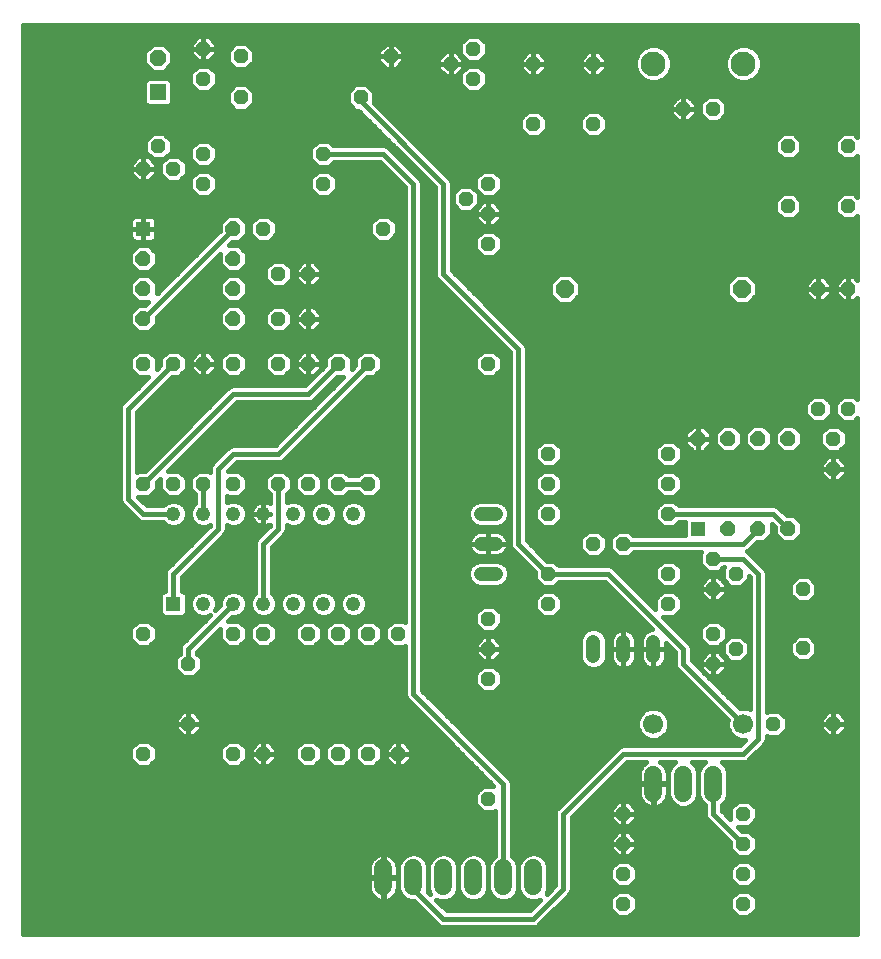
<source format=gbl>
G75*
%MOIN*%
%OFA0B0*%
%FSLAX24Y24*%
%IPPOS*%
%LPD*%
%AMOC8*
5,1,8,0,0,1.08239X$1,22.5*
%
%ADD10OC8,0.0480*%
%ADD11OC8,0.0531*%
%ADD12R,0.0531X0.0531*%
%ADD13R,0.0500X0.0500*%
%ADD14OC8,0.0500*%
%ADD15C,0.0600*%
%ADD16OC8,0.0472*%
%ADD17C,0.0827*%
%ADD18R,0.0480X0.0480*%
%ADD19C,0.0480*%
%ADD20C,0.0480*%
%ADD21OC8,0.0591*%
%ADD22C,0.0669*%
%ADD23C,0.0160*%
%ADD24C,0.2500*%
D10*
X004600Y006770D03*
X006100Y007770D03*
X007600Y006770D03*
X008600Y006770D03*
X010100Y006770D03*
X011100Y006770D03*
X012100Y006770D03*
X013100Y006770D03*
X016100Y005270D03*
X016100Y009270D03*
X016100Y010270D03*
X016100Y011270D03*
X018100Y011770D03*
X018100Y012770D03*
X019600Y013770D03*
X020600Y013770D03*
X022100Y012770D03*
X022100Y011770D03*
X023600Y012270D03*
X024350Y012770D03*
X023600Y013270D03*
X022100Y014770D03*
X022100Y015770D03*
X022100Y016770D03*
X018100Y016770D03*
X018100Y015770D03*
X018100Y014770D03*
X016100Y019770D03*
X016100Y023770D03*
X016100Y024770D03*
X015350Y025270D03*
X016100Y025770D03*
X017600Y027770D03*
X019600Y027770D03*
X019600Y029770D03*
X017600Y029770D03*
X015600Y029270D03*
X014850Y029770D03*
X015600Y030270D03*
X012850Y030020D03*
X011850Y028645D03*
X010600Y026770D03*
X010600Y025770D03*
X008600Y024270D03*
X009100Y022770D03*
X010100Y022770D03*
X010100Y021270D03*
X009100Y021270D03*
X009100Y019770D03*
X010100Y019770D03*
X011100Y019770D03*
X012100Y019770D03*
X012100Y015770D03*
X011100Y015770D03*
X010100Y015770D03*
X009100Y015770D03*
X007600Y015770D03*
X006600Y015770D03*
X005600Y015770D03*
X004600Y015770D03*
X004600Y019770D03*
X005600Y019770D03*
X006600Y019770D03*
X007600Y019770D03*
X012600Y024270D03*
X007850Y028645D03*
X007850Y030020D03*
X006600Y030270D03*
X006600Y029270D03*
X005100Y027020D03*
X004600Y026270D03*
X005600Y026270D03*
X006600Y025770D03*
X006600Y026770D03*
X007600Y010770D03*
X008600Y010770D03*
X010100Y010770D03*
X011100Y010770D03*
X012100Y010770D03*
X013100Y010770D03*
X006100Y009770D03*
X004600Y010770D03*
X020600Y004770D03*
X020600Y003770D03*
X020600Y002770D03*
X020600Y001770D03*
X024600Y001770D03*
X024600Y002770D03*
X024600Y003770D03*
X024600Y004770D03*
X025600Y007770D03*
X027600Y007770D03*
X024350Y010270D03*
X023600Y009770D03*
X023600Y010770D03*
X027600Y016270D03*
X027600Y017270D03*
X027100Y018270D03*
X028100Y018270D03*
X028100Y022270D03*
X027100Y022270D03*
D11*
X005100Y029975D03*
D12*
X005100Y028825D03*
D13*
X004600Y024270D03*
X023100Y014270D03*
D14*
X024100Y014270D03*
X025100Y014270D03*
X026100Y014270D03*
X026100Y017270D03*
X025100Y017270D03*
X024100Y017270D03*
X023100Y017270D03*
X007600Y021270D03*
X007600Y022270D03*
X007600Y023270D03*
X007600Y024270D03*
X004600Y023270D03*
X004600Y022270D03*
X004600Y021270D03*
D15*
X012600Y002945D02*
X012600Y002345D01*
X013600Y002345D02*
X013600Y002945D01*
X014600Y002945D02*
X014600Y002345D01*
X015600Y002345D02*
X015600Y002945D01*
X016600Y002945D02*
X016600Y002345D01*
X017600Y002345D02*
X017600Y002945D01*
X021600Y005470D02*
X021600Y006070D01*
X022600Y006070D02*
X022600Y005470D01*
X023600Y005470D02*
X023600Y006070D01*
D16*
X026600Y010285D03*
X026600Y012255D03*
X026100Y025020D03*
X028100Y025020D03*
X028100Y027020D03*
X026100Y027020D03*
X023600Y028270D03*
X022600Y028270D03*
D17*
X021600Y029770D03*
X024600Y029770D03*
D18*
X005600Y011770D03*
D19*
X006600Y011770D03*
X007600Y011770D03*
X008600Y011770D03*
X009600Y011770D03*
X010600Y011770D03*
X011600Y011770D03*
X011600Y014770D03*
X010600Y014770D03*
X009600Y014770D03*
X008600Y014770D03*
X007600Y014770D03*
X006600Y014770D03*
X005600Y014770D03*
D20*
X015860Y014770D02*
X016340Y014770D01*
X016340Y013770D02*
X015860Y013770D01*
X015860Y012770D02*
X016340Y012770D01*
X019600Y010510D02*
X019600Y010030D01*
X020600Y010030D02*
X020600Y010510D01*
X021600Y010510D02*
X021600Y010030D01*
D21*
X018650Y022270D03*
X024550Y022270D03*
D22*
X024600Y007770D03*
X021600Y007770D03*
D23*
X000600Y000770D02*
X000600Y031070D01*
X028400Y031070D01*
X028400Y027337D01*
X028281Y027456D01*
X027919Y027456D01*
X027664Y027201D01*
X027664Y026840D01*
X027919Y026584D01*
X028281Y026584D01*
X028400Y026703D01*
X028400Y025337D01*
X028281Y025456D01*
X027919Y025456D01*
X027664Y025201D01*
X027664Y024840D01*
X027919Y024584D01*
X028281Y024584D01*
X028400Y024703D01*
X028400Y022564D01*
X028274Y022690D01*
X028100Y022690D01*
X027926Y022690D01*
X027680Y022444D01*
X027680Y022270D01*
X027680Y022096D01*
X027926Y021850D01*
X028100Y021850D01*
X028100Y022270D01*
X028100Y021850D01*
X028274Y021850D01*
X028400Y021976D01*
X028400Y018592D01*
X028282Y018710D01*
X027918Y018710D01*
X027660Y018452D01*
X027660Y018088D01*
X027918Y017830D01*
X028282Y017830D01*
X028400Y017948D01*
X028400Y000770D01*
X000600Y000770D01*
X000600Y000904D02*
X028400Y000904D01*
X028400Y001063D02*
X017788Y001063D01*
X017759Y001033D02*
X017837Y001112D01*
X018759Y002033D01*
X018837Y002112D01*
X018880Y002215D01*
X018880Y004654D01*
X020716Y006490D01*
X021367Y006490D01*
X021348Y006481D01*
X021287Y006436D01*
X021234Y006383D01*
X021189Y006322D01*
X021155Y006254D01*
X021132Y006183D01*
X021120Y006108D01*
X021120Y005790D01*
X021580Y005790D01*
X021580Y005750D01*
X021620Y005750D01*
X021620Y004990D01*
X021638Y004990D01*
X021712Y005002D01*
X021784Y005025D01*
X022368Y005025D01*
X022317Y005046D02*
X022501Y004970D01*
X022699Y004970D01*
X022883Y005046D01*
X023024Y005187D01*
X023100Y005371D01*
X023176Y005187D01*
X023317Y005046D01*
X023320Y005045D01*
X023320Y004715D01*
X023363Y004612D01*
X023441Y004533D01*
X024160Y003814D01*
X024160Y003588D01*
X024418Y003330D01*
X024782Y003330D01*
X025040Y003588D01*
X025040Y003952D01*
X024782Y004210D01*
X024556Y004210D01*
X024436Y004330D01*
X024782Y004330D01*
X025040Y004588D01*
X025040Y004952D01*
X024782Y005210D01*
X024418Y005210D01*
X024160Y004952D01*
X024160Y004606D01*
X023880Y004886D01*
X023880Y005045D01*
X023883Y005046D01*
X024024Y005187D01*
X024100Y005371D01*
X024100Y006170D01*
X024024Y006353D01*
X023887Y006490D01*
X024656Y006490D01*
X024759Y006533D01*
X024837Y006612D01*
X025259Y007033D01*
X025337Y007112D01*
X025380Y007215D01*
X025380Y007368D01*
X025418Y007330D01*
X025782Y007330D01*
X026040Y007588D01*
X026040Y007952D01*
X025782Y008210D01*
X025418Y008210D01*
X025380Y008172D01*
X025380Y012826D01*
X025337Y012929D01*
X025259Y013008D01*
X024759Y013508D01*
X024728Y013520D01*
X024759Y013533D01*
X025046Y013820D01*
X025286Y013820D01*
X025550Y014084D01*
X025550Y014424D01*
X025650Y014324D01*
X025650Y014084D01*
X025914Y013820D01*
X026286Y013820D01*
X026550Y014084D01*
X026550Y014457D01*
X026286Y014720D01*
X026046Y014720D01*
X025759Y015008D01*
X025656Y015050D01*
X022442Y015050D01*
X022282Y015210D01*
X021918Y015210D01*
X021660Y014952D01*
X021660Y014588D01*
X021918Y014330D01*
X022282Y014330D01*
X022442Y014490D01*
X022650Y014490D01*
X022650Y014050D01*
X020942Y014050D01*
X020782Y014210D01*
X020418Y014210D01*
X020160Y013952D01*
X020160Y013588D01*
X020418Y013330D01*
X020782Y013330D01*
X020942Y013490D01*
X023198Y013490D01*
X023160Y013452D01*
X023160Y013088D01*
X023418Y012830D01*
X023782Y012830D01*
X023942Y012990D01*
X023948Y012990D01*
X023910Y012952D01*
X023910Y012588D01*
X024168Y012330D01*
X024532Y012330D01*
X024790Y012588D01*
X024790Y012684D01*
X024820Y012654D01*
X024820Y008258D01*
X024706Y008305D01*
X024494Y008305D01*
X024471Y008295D01*
X022880Y009886D01*
X022880Y010326D01*
X022837Y010429D01*
X022759Y010508D01*
X021936Y011330D01*
X022282Y011330D01*
X022540Y011588D01*
X022540Y011952D01*
X022282Y012210D01*
X021918Y012210D01*
X021660Y011952D01*
X021660Y011606D01*
X020259Y013008D01*
X020156Y013050D01*
X018442Y013050D01*
X018282Y013210D01*
X018056Y013210D01*
X017380Y013886D01*
X017380Y020326D01*
X017337Y020429D01*
X017259Y020508D01*
X014880Y022886D01*
X014880Y025826D01*
X014837Y025929D01*
X014759Y026008D01*
X012290Y028476D01*
X012290Y028827D01*
X012032Y029085D01*
X011668Y029085D01*
X011410Y028827D01*
X011410Y028463D01*
X011668Y028205D01*
X011769Y028205D01*
X014320Y025654D01*
X014320Y022715D01*
X014363Y022612D01*
X016820Y020154D01*
X016820Y013715D01*
X016863Y013612D01*
X017660Y012814D01*
X017660Y012588D01*
X017918Y012330D01*
X018282Y012330D01*
X018442Y012490D01*
X019984Y012490D01*
X021547Y010927D01*
X021502Y010920D01*
X021439Y010899D01*
X021380Y010869D01*
X021326Y010831D01*
X021280Y010784D01*
X021241Y010730D01*
X021211Y010671D01*
X021190Y010609D01*
X021180Y010543D01*
X021180Y010270D01*
X021180Y009997D01*
X021190Y009932D01*
X021211Y009869D01*
X021241Y009810D01*
X021280Y009757D01*
X021326Y009710D01*
X021380Y009671D01*
X021439Y009641D01*
X021502Y009621D01*
X021567Y009610D01*
X021600Y009610D01*
X021633Y009610D01*
X021698Y009621D01*
X021761Y009641D01*
X021820Y009671D01*
X021874Y009710D01*
X021920Y009757D01*
X021959Y009810D01*
X021989Y009869D01*
X022010Y009932D01*
X022020Y009997D01*
X022020Y010270D01*
X021600Y010270D01*
X021600Y009610D01*
X021600Y010270D01*
X021600Y010270D01*
X021600Y010270D01*
X021180Y010270D01*
X021600Y010270D01*
X021600Y010270D01*
X022020Y010270D01*
X022020Y010454D01*
X022320Y010154D01*
X022320Y009715D01*
X022363Y009612D01*
X024075Y007899D01*
X024065Y007877D01*
X024065Y007664D01*
X024147Y007467D01*
X024297Y007317D01*
X024494Y007236D01*
X024669Y007236D01*
X024484Y007050D01*
X020544Y007050D01*
X020441Y007008D01*
X018441Y005008D01*
X018363Y004929D01*
X018320Y004826D01*
X018320Y002386D01*
X018044Y002110D01*
X018100Y002246D01*
X018100Y003045D01*
X018024Y003228D01*
X017883Y003369D01*
X017699Y003445D01*
X017501Y003445D01*
X017317Y003369D01*
X017176Y003228D01*
X017100Y003045D01*
X017024Y003228D01*
X016883Y003369D01*
X016880Y003370D01*
X016880Y005826D01*
X016837Y005929D01*
X016759Y006008D01*
X013880Y008886D01*
X013880Y025826D01*
X013837Y025929D01*
X013759Y026008D01*
X012759Y027008D01*
X012656Y027050D01*
X010942Y027050D01*
X010782Y027210D01*
X010418Y027210D01*
X010160Y026952D01*
X010160Y026588D01*
X010418Y026330D01*
X010782Y026330D01*
X010942Y026490D01*
X012484Y026490D01*
X013320Y025654D01*
X013320Y011172D01*
X013282Y011210D01*
X012918Y011210D01*
X012660Y010952D01*
X012660Y010588D01*
X012918Y010330D01*
X013282Y010330D01*
X013320Y010368D01*
X013320Y008715D01*
X013363Y008612D01*
X016264Y005710D01*
X015918Y005710D01*
X015660Y005452D01*
X015660Y005088D01*
X015918Y004830D01*
X016282Y004830D01*
X016320Y004868D01*
X016320Y003370D01*
X016317Y003369D01*
X016176Y003228D01*
X016100Y003045D01*
X016100Y002246D01*
X016176Y002062D01*
X016317Y001921D01*
X016501Y001845D01*
X016699Y001845D01*
X016883Y001921D01*
X017024Y002062D01*
X017100Y002246D01*
X017100Y003045D01*
X017100Y002246D01*
X017176Y002062D01*
X017317Y001921D01*
X017501Y001845D01*
X017699Y001845D01*
X017835Y001901D01*
X017484Y001550D01*
X014716Y001550D01*
X014365Y001901D01*
X014501Y001845D01*
X014699Y001845D01*
X014883Y001921D01*
X015024Y002062D01*
X015100Y002246D01*
X015176Y002062D01*
X015317Y001921D01*
X015501Y001845D01*
X015699Y001845D01*
X015883Y001921D01*
X016024Y002062D01*
X016100Y002246D01*
X016100Y003045D01*
X016024Y003228D01*
X015883Y003369D01*
X015699Y003445D01*
X015501Y003445D01*
X015317Y003369D01*
X015176Y003228D01*
X015100Y003045D01*
X015100Y002246D01*
X015100Y003045D01*
X015024Y003228D01*
X014883Y003369D01*
X014699Y003445D01*
X014501Y003445D01*
X014317Y003369D01*
X014176Y003228D01*
X014100Y003045D01*
X014024Y003228D01*
X013883Y003369D01*
X013699Y003445D01*
X013501Y003445D01*
X013317Y003369D01*
X013176Y003228D01*
X013100Y003045D01*
X013100Y002246D01*
X013176Y002062D01*
X013317Y001921D01*
X013501Y001845D01*
X013629Y001845D01*
X014441Y001033D01*
X014544Y000990D01*
X017656Y000990D01*
X017759Y001033D01*
X017947Y001221D02*
X028400Y001221D01*
X028400Y001380D02*
X024832Y001380D01*
X024782Y001330D02*
X025040Y001588D01*
X025040Y001952D01*
X024782Y002210D01*
X024418Y002210D01*
X024160Y001952D01*
X024160Y001588D01*
X024418Y001330D01*
X024782Y001330D01*
X024990Y001538D02*
X028400Y001538D01*
X028400Y001697D02*
X025040Y001697D01*
X025040Y001855D02*
X028400Y001855D01*
X028400Y002014D02*
X024979Y002014D01*
X024820Y002172D02*
X028400Y002172D01*
X028400Y002331D02*
X024783Y002331D01*
X024782Y002330D02*
X025040Y002588D01*
X025040Y002952D01*
X024782Y003210D01*
X024418Y003210D01*
X024160Y002952D01*
X024160Y002588D01*
X024418Y002330D01*
X024782Y002330D01*
X024941Y002489D02*
X028400Y002489D01*
X028400Y002648D02*
X025040Y002648D01*
X025040Y002806D02*
X028400Y002806D01*
X028400Y002965D02*
X025028Y002965D01*
X024869Y003123D02*
X028400Y003123D01*
X028400Y003282D02*
X018880Y003282D01*
X018880Y003440D02*
X020336Y003440D01*
X020426Y003350D02*
X020600Y003350D01*
X020774Y003350D01*
X021020Y003596D01*
X021020Y003770D01*
X020600Y003770D01*
X020600Y003350D01*
X020600Y003770D01*
X020600Y003770D01*
X020600Y003770D01*
X020180Y003770D01*
X020180Y003596D01*
X020426Y003350D01*
X020418Y003210D02*
X020160Y002952D01*
X020160Y002588D01*
X020418Y002330D01*
X020782Y002330D01*
X021040Y002588D01*
X021040Y002952D01*
X020782Y003210D01*
X020418Y003210D01*
X020331Y003123D02*
X018880Y003123D01*
X018880Y002965D02*
X020172Y002965D01*
X020160Y002806D02*
X018880Y002806D01*
X018880Y002648D02*
X020160Y002648D01*
X020259Y002489D02*
X018880Y002489D01*
X018880Y002331D02*
X020417Y002331D01*
X020418Y002210D02*
X020160Y001952D01*
X020160Y001588D01*
X020418Y001330D01*
X020782Y001330D01*
X021040Y001588D01*
X021040Y001952D01*
X020782Y002210D01*
X020418Y002210D01*
X020380Y002172D02*
X018862Y002172D01*
X018759Y002033D02*
X018759Y002033D01*
X018739Y002014D02*
X020221Y002014D01*
X020160Y001855D02*
X018581Y001855D01*
X018422Y001697D02*
X020160Y001697D01*
X020210Y001538D02*
X018264Y001538D01*
X018105Y001380D02*
X020368Y001380D01*
X020832Y001380D02*
X024368Y001380D01*
X024210Y001538D02*
X020990Y001538D01*
X021040Y001697D02*
X024160Y001697D01*
X024160Y001855D02*
X021040Y001855D01*
X020979Y002014D02*
X024221Y002014D01*
X024380Y002172D02*
X020820Y002172D01*
X020783Y002331D02*
X024417Y002331D01*
X024259Y002489D02*
X020941Y002489D01*
X021040Y002648D02*
X024160Y002648D01*
X024160Y002806D02*
X021040Y002806D01*
X021028Y002965D02*
X024172Y002965D01*
X024331Y003123D02*
X020869Y003123D01*
X020864Y003440D02*
X024308Y003440D01*
X024160Y003599D02*
X021020Y003599D01*
X021020Y003757D02*
X024160Y003757D01*
X024059Y003916D02*
X021020Y003916D01*
X021020Y003944D02*
X020774Y004190D01*
X020600Y004190D01*
X020600Y003770D01*
X020600Y003770D01*
X021020Y003770D01*
X021020Y003944D01*
X020890Y004074D02*
X023900Y004074D01*
X023742Y004233D02*
X018880Y004233D01*
X018880Y004391D02*
X020385Y004391D01*
X020426Y004350D02*
X020600Y004350D01*
X020774Y004350D01*
X021020Y004596D01*
X021020Y004770D01*
X020600Y004770D01*
X020600Y004350D01*
X020600Y004770D01*
X020600Y004770D01*
X020600Y004770D01*
X020180Y004770D01*
X020180Y004596D01*
X020426Y004350D01*
X020426Y004190D02*
X020180Y003944D01*
X020180Y003770D01*
X020600Y003770D01*
X020600Y004190D01*
X020426Y004190D01*
X020310Y004074D02*
X018880Y004074D01*
X018880Y003916D02*
X020180Y003916D01*
X020180Y003757D02*
X018880Y003757D01*
X018880Y003599D02*
X020180Y003599D01*
X020600Y003599D02*
X020600Y003599D01*
X020600Y003757D02*
X020600Y003757D01*
X020600Y003770D02*
X020600Y003770D01*
X020600Y003916D02*
X020600Y003916D01*
X020600Y004074D02*
X020600Y004074D01*
X020600Y004391D02*
X020600Y004391D01*
X020600Y004550D02*
X020600Y004550D01*
X020600Y004708D02*
X020600Y004708D01*
X020600Y004770D02*
X020600Y004770D01*
X021020Y004770D01*
X021020Y004944D01*
X020774Y005190D01*
X020600Y005190D01*
X020600Y004770D01*
X020180Y004770D01*
X020180Y004944D01*
X020426Y005190D01*
X020600Y005190D01*
X020600Y004770D01*
X020600Y004770D01*
X020600Y004867D02*
X020600Y004867D01*
X020600Y005025D02*
X020600Y005025D01*
X020600Y005184D02*
X020600Y005184D01*
X020780Y005184D02*
X021215Y005184D01*
X021234Y005158D02*
X021287Y005104D01*
X021348Y005060D01*
X021416Y005025D01*
X020939Y005025D01*
X021020Y004867D02*
X023320Y004867D01*
X023320Y005025D02*
X022832Y005025D01*
X023021Y005184D02*
X023179Y005184D01*
X023112Y005342D02*
X023088Y005342D01*
X023100Y005371D02*
X023100Y006170D01*
X023176Y006353D01*
X023313Y006490D01*
X022887Y006490D01*
X023024Y006353D01*
X023100Y006170D01*
X023100Y005371D01*
X023100Y005501D02*
X023100Y005501D01*
X023100Y005659D02*
X023100Y005659D01*
X023100Y005818D02*
X023100Y005818D01*
X023100Y005976D02*
X023100Y005976D01*
X023100Y006135D02*
X023100Y006135D01*
X023049Y006293D02*
X023151Y006293D01*
X023274Y006452D02*
X022926Y006452D01*
X023600Y005770D02*
X023600Y004770D01*
X024600Y003770D01*
X024918Y004074D02*
X028400Y004074D01*
X028400Y003916D02*
X025040Y003916D01*
X025040Y003757D02*
X028400Y003757D01*
X028400Y003599D02*
X025040Y003599D01*
X024892Y003440D02*
X028400Y003440D01*
X028400Y004233D02*
X024533Y004233D01*
X024843Y004391D02*
X028400Y004391D01*
X028400Y004550D02*
X025002Y004550D01*
X025040Y004708D02*
X028400Y004708D01*
X028400Y004867D02*
X025040Y004867D01*
X024967Y005025D02*
X028400Y005025D01*
X028400Y005184D02*
X024809Y005184D01*
X024391Y005184D02*
X024021Y005184D01*
X024088Y005342D02*
X028400Y005342D01*
X028400Y005501D02*
X024100Y005501D01*
X024100Y005659D02*
X028400Y005659D01*
X028400Y005818D02*
X024100Y005818D01*
X024100Y005976D02*
X028400Y005976D01*
X028400Y006135D02*
X024100Y006135D01*
X024049Y006293D02*
X028400Y006293D01*
X028400Y006452D02*
X023926Y006452D01*
X024600Y006770D02*
X020600Y006770D01*
X018600Y004770D01*
X018600Y002270D01*
X017600Y001270D01*
X014600Y001270D01*
X013600Y002270D01*
X013600Y002645D01*
X013100Y002648D02*
X012620Y002648D01*
X012620Y002665D02*
X013080Y002665D01*
X013080Y002983D01*
X013068Y003058D01*
X013045Y003129D01*
X013011Y003197D01*
X012966Y003258D01*
X012913Y003311D01*
X012852Y003356D01*
X012784Y003390D01*
X012712Y003413D01*
X012638Y003425D01*
X012620Y003425D01*
X012620Y002665D01*
X012620Y002625D01*
X012620Y001865D01*
X012638Y001865D01*
X012712Y001877D01*
X012784Y001900D01*
X012852Y001935D01*
X012913Y001979D01*
X012966Y002033D01*
X013011Y002094D01*
X013045Y002161D01*
X013068Y002233D01*
X013080Y002307D01*
X013080Y002625D01*
X012620Y002625D01*
X012580Y002625D01*
X012580Y001865D01*
X012562Y001865D01*
X012488Y001877D01*
X012416Y001900D01*
X012348Y001935D01*
X012287Y001979D01*
X012234Y002033D01*
X012189Y002094D01*
X012155Y002161D01*
X012132Y002233D01*
X012120Y002307D01*
X012120Y002625D01*
X012580Y002625D01*
X012580Y002665D01*
X012120Y002665D01*
X012120Y002983D01*
X012132Y003058D01*
X012155Y003129D01*
X012189Y003197D01*
X012234Y003258D01*
X012287Y003311D01*
X012348Y003356D01*
X012416Y003390D01*
X012488Y003413D01*
X012562Y003425D01*
X012580Y003425D01*
X012580Y002665D01*
X012620Y002665D01*
X012580Y002648D02*
X000600Y002648D01*
X000600Y002806D02*
X012120Y002806D01*
X012120Y002965D02*
X000600Y002965D01*
X000600Y003123D02*
X012153Y003123D01*
X012258Y003282D02*
X000600Y003282D01*
X000600Y003440D02*
X013488Y003440D01*
X013712Y003440D02*
X014488Y003440D01*
X014712Y003440D02*
X015488Y003440D01*
X015712Y003440D02*
X016320Y003440D01*
X016320Y003599D02*
X000600Y003599D01*
X000600Y003757D02*
X016320Y003757D01*
X016320Y003916D02*
X000600Y003916D01*
X000600Y004074D02*
X016320Y004074D01*
X016320Y004233D02*
X000600Y004233D01*
X000600Y004391D02*
X016320Y004391D01*
X016320Y004550D02*
X000600Y004550D01*
X000600Y004708D02*
X016320Y004708D01*
X016319Y004867D02*
X016320Y004867D01*
X015881Y004867D02*
X000600Y004867D01*
X000600Y005025D02*
X015723Y005025D01*
X015660Y005184D02*
X000600Y005184D01*
X000600Y005342D02*
X015660Y005342D01*
X015708Y005501D02*
X000600Y005501D01*
X000600Y005659D02*
X015867Y005659D01*
X016157Y005818D02*
X000600Y005818D01*
X000600Y005976D02*
X015998Y005976D01*
X015840Y006135D02*
X000600Y006135D01*
X000600Y006293D02*
X015681Y006293D01*
X015523Y006452D02*
X013375Y006452D01*
X013274Y006350D02*
X013520Y006596D01*
X013520Y006770D01*
X013100Y006770D01*
X013100Y006350D01*
X013274Y006350D01*
X013100Y006350D02*
X013100Y006770D01*
X013100Y006770D01*
X012680Y006770D01*
X012680Y006596D01*
X012926Y006350D01*
X013100Y006350D01*
X013100Y006452D02*
X013100Y006452D01*
X013100Y006610D02*
X013100Y006610D01*
X013100Y006769D02*
X013100Y006769D01*
X013100Y006770D02*
X013100Y006770D01*
X013100Y006770D01*
X012680Y006770D01*
X012680Y006944D01*
X012926Y007190D01*
X013100Y007190D01*
X013100Y006770D01*
X013520Y006770D01*
X013520Y006944D01*
X013274Y007190D01*
X013100Y007190D01*
X013100Y006770D01*
X013100Y006770D01*
X013100Y006927D02*
X013100Y006927D01*
X013100Y007086D02*
X013100Y007086D01*
X013378Y007086D02*
X014889Y007086D01*
X015047Y006927D02*
X013520Y006927D01*
X013520Y006769D02*
X015206Y006769D01*
X015364Y006610D02*
X013520Y006610D01*
X012825Y006452D02*
X012404Y006452D01*
X012282Y006330D02*
X011918Y006330D01*
X011660Y006588D01*
X011660Y006952D01*
X011918Y007210D01*
X012282Y007210D01*
X012540Y006952D01*
X012540Y006588D01*
X012282Y006330D01*
X012540Y006610D02*
X012680Y006610D01*
X012680Y006769D02*
X012540Y006769D01*
X012540Y006927D02*
X012680Y006927D01*
X012822Y007086D02*
X012407Y007086D01*
X011793Y007086D02*
X011407Y007086D01*
X011282Y007210D02*
X011540Y006952D01*
X011540Y006588D01*
X011282Y006330D01*
X010918Y006330D01*
X010660Y006588D01*
X010660Y006952D01*
X010918Y007210D01*
X011282Y007210D01*
X011540Y006927D02*
X011660Y006927D01*
X011660Y006769D02*
X011540Y006769D01*
X011540Y006610D02*
X011660Y006610D01*
X011796Y006452D02*
X011404Y006452D01*
X010796Y006452D02*
X010404Y006452D01*
X010282Y006330D02*
X009918Y006330D01*
X009660Y006588D01*
X009660Y006952D01*
X009918Y007210D01*
X010282Y007210D01*
X010540Y006952D01*
X010540Y006588D01*
X010282Y006330D01*
X010540Y006610D02*
X010660Y006610D01*
X010660Y006769D02*
X010540Y006769D01*
X010540Y006927D02*
X010660Y006927D01*
X010793Y007086D02*
X010407Y007086D01*
X009793Y007086D02*
X008878Y007086D01*
X008774Y007190D02*
X008600Y007190D01*
X008426Y007190D01*
X008180Y006944D01*
X008180Y006770D01*
X008180Y006596D01*
X008426Y006350D01*
X008600Y006350D01*
X008774Y006350D01*
X009020Y006596D01*
X009020Y006770D01*
X008600Y006770D01*
X008600Y006350D01*
X008600Y006770D01*
X008600Y006770D01*
X008180Y006770D01*
X008600Y006770D01*
X008600Y006770D01*
X008600Y006770D01*
X009020Y006770D01*
X009020Y006944D01*
X008774Y007190D01*
X008600Y007190D02*
X008600Y006770D01*
X008600Y007190D01*
X008600Y007086D02*
X008600Y007086D01*
X008600Y006927D02*
X008600Y006927D01*
X008600Y006770D02*
X008600Y006770D01*
X008600Y006769D02*
X008600Y006769D01*
X008600Y006610D02*
X008600Y006610D01*
X008600Y006452D02*
X008600Y006452D01*
X008875Y006452D02*
X009796Y006452D01*
X009660Y006610D02*
X009020Y006610D01*
X009020Y006769D02*
X009660Y006769D01*
X009660Y006927D02*
X009020Y006927D01*
X008322Y007086D02*
X007907Y007086D01*
X007782Y007210D02*
X008040Y006952D01*
X008040Y006588D01*
X007782Y006330D01*
X007418Y006330D01*
X007160Y006588D01*
X007160Y006952D01*
X007418Y007210D01*
X007782Y007210D01*
X008040Y006927D02*
X008180Y006927D01*
X008180Y006769D02*
X008040Y006769D01*
X008040Y006610D02*
X008180Y006610D01*
X008325Y006452D02*
X007904Y006452D01*
X007296Y006452D02*
X004904Y006452D01*
X004782Y006330D02*
X004418Y006330D01*
X004160Y006588D01*
X004160Y006952D01*
X004418Y007210D01*
X004782Y007210D01*
X005040Y006952D01*
X005040Y006588D01*
X004782Y006330D01*
X005040Y006610D02*
X007160Y006610D01*
X007160Y006769D02*
X005040Y006769D01*
X005040Y006927D02*
X007160Y006927D01*
X007293Y007086D02*
X004907Y007086D01*
X004293Y007086D02*
X000600Y007086D01*
X000600Y007244D02*
X014730Y007244D01*
X014572Y007403D02*
X006326Y007403D01*
X006274Y007350D02*
X006520Y007596D01*
X006520Y007770D01*
X006100Y007770D01*
X006100Y007350D01*
X006274Y007350D01*
X006100Y007350D02*
X006100Y007770D01*
X006100Y007770D01*
X005680Y007770D01*
X005680Y007596D01*
X005926Y007350D01*
X006100Y007350D01*
X006100Y007403D02*
X006100Y007403D01*
X006100Y007561D02*
X006100Y007561D01*
X006100Y007720D02*
X006100Y007720D01*
X006100Y007770D02*
X006100Y007770D01*
X006100Y007770D01*
X005680Y007770D01*
X005680Y007944D01*
X005926Y008190D01*
X006100Y008190D01*
X006100Y007770D01*
X006520Y007770D01*
X006520Y007944D01*
X006274Y008190D01*
X006100Y008190D01*
X006100Y007770D01*
X006100Y007770D01*
X006100Y007878D02*
X006100Y007878D01*
X006100Y008037D02*
X006100Y008037D01*
X006427Y008037D02*
X013938Y008037D01*
X014096Y007878D02*
X006520Y007878D01*
X006520Y007720D02*
X014255Y007720D01*
X014413Y007561D02*
X006485Y007561D01*
X005874Y007403D02*
X000600Y007403D01*
X000600Y007561D02*
X005715Y007561D01*
X005680Y007720D02*
X000600Y007720D01*
X000600Y007878D02*
X005680Y007878D01*
X005773Y008037D02*
X000600Y008037D01*
X000600Y008195D02*
X013779Y008195D01*
X013621Y008354D02*
X000600Y008354D01*
X000600Y008512D02*
X013462Y008512D01*
X013338Y008671D02*
X000600Y008671D01*
X000600Y008829D02*
X013320Y008829D01*
X013320Y008988D02*
X000600Y008988D01*
X000600Y009146D02*
X013320Y009146D01*
X013320Y009305D02*
X000600Y009305D01*
X000600Y009463D02*
X005785Y009463D01*
X005660Y009588D02*
X005918Y009330D01*
X006282Y009330D01*
X006540Y009588D01*
X006540Y009952D01*
X006380Y010112D01*
X006380Y010154D01*
X007160Y010934D01*
X007160Y010588D01*
X007418Y010330D01*
X007782Y010330D01*
X008040Y010588D01*
X008040Y010952D01*
X007782Y011210D01*
X007436Y011210D01*
X007556Y011330D01*
X007688Y011330D01*
X007849Y011397D01*
X007973Y011521D01*
X008040Y011683D01*
X008040Y011858D01*
X007973Y012019D01*
X007849Y012143D01*
X007688Y012210D01*
X007512Y012210D01*
X007351Y012143D01*
X007227Y012019D01*
X007160Y011858D01*
X007160Y011726D01*
X006986Y011552D01*
X007040Y011683D01*
X007040Y011858D01*
X006973Y012019D01*
X006849Y012143D01*
X006688Y012210D01*
X006512Y012210D01*
X006351Y012143D01*
X006227Y012019D01*
X006160Y011858D01*
X006160Y011683D01*
X006227Y011521D01*
X006351Y011397D01*
X006512Y011330D01*
X006688Y011330D01*
X006818Y011384D01*
X005863Y010429D01*
X005820Y010326D01*
X005820Y010112D01*
X005660Y009952D01*
X005660Y009588D01*
X005660Y009622D02*
X000600Y009622D01*
X000600Y009780D02*
X005660Y009780D01*
X005660Y009939D02*
X000600Y009939D01*
X000600Y010097D02*
X005805Y010097D01*
X005820Y010256D02*
X000600Y010256D01*
X000600Y010414D02*
X004334Y010414D01*
X004418Y010330D02*
X004160Y010588D01*
X004160Y010952D01*
X004418Y011210D01*
X004782Y011210D01*
X005040Y010952D01*
X005040Y010588D01*
X004782Y010330D01*
X004418Y010330D01*
X004175Y010573D02*
X000600Y010573D01*
X000600Y010731D02*
X004160Y010731D01*
X004160Y010890D02*
X000600Y010890D01*
X000600Y011048D02*
X004256Y011048D01*
X004414Y011207D02*
X000600Y011207D01*
X000600Y011365D02*
X005242Y011365D01*
X005277Y011330D02*
X005923Y011330D01*
X006040Y011447D01*
X006040Y012093D01*
X005923Y012210D01*
X005880Y012210D01*
X005880Y012654D01*
X007259Y014033D01*
X007337Y014112D01*
X007380Y014215D01*
X007380Y014385D01*
X007512Y014330D01*
X007688Y014330D01*
X007849Y014397D01*
X007973Y014521D01*
X008040Y014683D01*
X008040Y014858D01*
X007973Y015019D01*
X007849Y015143D01*
X007688Y015210D01*
X007512Y015210D01*
X007380Y015155D01*
X007380Y015368D01*
X007418Y015330D01*
X007782Y015330D01*
X008040Y015588D01*
X008040Y015952D01*
X007782Y016210D01*
X007436Y016210D01*
X007716Y016490D01*
X009156Y016490D01*
X009259Y016533D01*
X012056Y019330D01*
X012282Y019330D01*
X012540Y019588D01*
X012540Y019952D01*
X012282Y020210D01*
X011918Y020210D01*
X011660Y019952D01*
X011660Y019726D01*
X011540Y019606D01*
X011540Y019952D01*
X011282Y020210D01*
X010918Y020210D01*
X010660Y019952D01*
X010660Y019726D01*
X009984Y019050D01*
X007544Y019050D01*
X007441Y019008D01*
X007363Y018929D01*
X004644Y016210D01*
X004418Y016210D01*
X004380Y016172D01*
X004380Y018154D01*
X005556Y019330D01*
X005782Y019330D01*
X006040Y019588D01*
X006040Y019952D01*
X005782Y020210D01*
X005418Y020210D01*
X005160Y019952D01*
X005160Y019726D01*
X005040Y019606D01*
X005040Y019952D01*
X004782Y020210D01*
X004418Y020210D01*
X004160Y019952D01*
X004160Y019588D01*
X004418Y019330D01*
X004764Y019330D01*
X003863Y018429D01*
X003820Y018326D01*
X003820Y015215D01*
X003863Y015112D01*
X003941Y015033D01*
X004441Y014533D01*
X004544Y014490D01*
X005258Y014490D01*
X005351Y014397D01*
X005512Y014330D01*
X005688Y014330D01*
X005849Y014397D01*
X005973Y014521D01*
X006040Y014683D01*
X006040Y014858D01*
X005973Y015019D01*
X005849Y015143D01*
X005688Y015210D01*
X005512Y015210D01*
X005351Y015143D01*
X005258Y015050D01*
X004716Y015050D01*
X004436Y015330D01*
X004782Y015330D01*
X005040Y015588D01*
X005040Y015814D01*
X005160Y015934D01*
X005160Y015588D01*
X005418Y015330D01*
X005782Y015330D01*
X006040Y015588D01*
X006040Y015952D01*
X005782Y016210D01*
X005436Y016210D01*
X007716Y018490D01*
X010156Y018490D01*
X010259Y018533D01*
X011056Y019330D01*
X011264Y019330D01*
X008984Y017050D01*
X007544Y017050D01*
X007441Y017008D01*
X007363Y016929D01*
X006863Y016429D01*
X006820Y016326D01*
X006820Y016172D01*
X006782Y016210D01*
X006418Y016210D01*
X006160Y015952D01*
X006160Y015588D01*
X006320Y015428D01*
X006320Y015112D01*
X006227Y015019D01*
X006160Y014858D01*
X006160Y014683D01*
X006227Y014521D01*
X006351Y014397D01*
X006512Y014330D01*
X006688Y014330D01*
X006818Y014384D01*
X005363Y012929D01*
X005320Y012826D01*
X005320Y012210D01*
X005277Y012210D01*
X005160Y012093D01*
X005160Y011447D01*
X005277Y011330D01*
X005160Y011524D02*
X000600Y011524D01*
X000600Y011682D02*
X005160Y011682D01*
X005160Y011841D02*
X000600Y011841D01*
X000600Y011999D02*
X005160Y011999D01*
X005225Y012158D02*
X000600Y012158D01*
X000600Y012316D02*
X005320Y012316D01*
X005320Y012475D02*
X000600Y012475D01*
X000600Y012633D02*
X005320Y012633D01*
X005320Y012792D02*
X000600Y012792D01*
X000600Y012950D02*
X005384Y012950D01*
X005543Y013109D02*
X000600Y013109D01*
X000600Y013267D02*
X005701Y013267D01*
X005860Y013426D02*
X000600Y013426D01*
X000600Y013584D02*
X006018Y013584D01*
X006177Y013743D02*
X000600Y013743D01*
X000600Y013901D02*
X006335Y013901D01*
X006494Y014060D02*
X000600Y014060D01*
X000600Y014218D02*
X006652Y014218D01*
X006800Y014377D02*
X006811Y014377D01*
X007100Y014270D02*
X007100Y016270D01*
X007600Y016770D01*
X009100Y016770D01*
X012100Y019770D01*
X011660Y019766D02*
X011540Y019766D01*
X011540Y019924D02*
X011660Y019924D01*
X011790Y020083D02*
X011410Y020083D01*
X011100Y019770D02*
X010100Y018770D01*
X007600Y018770D01*
X004600Y015770D01*
X004438Y015328D02*
X006320Y015328D01*
X006320Y015169D02*
X005786Y015169D01*
X005977Y015011D02*
X006223Y015011D01*
X006160Y014852D02*
X006040Y014852D01*
X006040Y014694D02*
X006160Y014694D01*
X006221Y014535D02*
X005979Y014535D01*
X005800Y014377D02*
X006400Y014377D01*
X006600Y014770D02*
X006600Y015770D01*
X006160Y015803D02*
X006040Y015803D01*
X006040Y015645D02*
X006160Y015645D01*
X006262Y015486D02*
X005938Y015486D01*
X006031Y015962D02*
X006169Y015962D01*
X006328Y016120D02*
X005872Y016120D01*
X005663Y016437D02*
X006871Y016437D01*
X006820Y016279D02*
X005505Y016279D01*
X005188Y016754D02*
X004380Y016754D01*
X004380Y016596D02*
X005030Y016596D01*
X004871Y016437D02*
X004380Y016437D01*
X004380Y016279D02*
X004713Y016279D01*
X005040Y015803D02*
X005160Y015803D01*
X005160Y015645D02*
X005040Y015645D01*
X004938Y015486D02*
X005262Y015486D01*
X005414Y015169D02*
X004597Y015169D01*
X004600Y014770D02*
X004100Y015270D01*
X004100Y018270D01*
X005600Y019770D01*
X006040Y019766D02*
X006180Y019766D01*
X006180Y019770D02*
X006180Y019596D01*
X006426Y019350D01*
X006600Y019350D01*
X006600Y019770D01*
X006600Y019350D01*
X006774Y019350D01*
X007020Y019596D01*
X007020Y019770D01*
X006600Y019770D01*
X006600Y019770D01*
X006180Y019770D01*
X006600Y019770D01*
X006600Y019770D01*
X006600Y019770D01*
X007020Y019770D01*
X007020Y019944D01*
X006774Y020190D01*
X006600Y020190D01*
X006426Y020190D01*
X006180Y019944D01*
X006180Y019770D01*
X006180Y019924D02*
X006040Y019924D01*
X005910Y020083D02*
X006319Y020083D01*
X006600Y020083D02*
X006600Y020083D01*
X006600Y020190D02*
X006600Y019770D01*
X006600Y019770D01*
X006600Y020190D01*
X006600Y019924D02*
X006600Y019924D01*
X006600Y019766D02*
X006600Y019766D01*
X006600Y019607D02*
X006600Y019607D01*
X006600Y019449D02*
X006600Y019449D01*
X006872Y019449D02*
X007299Y019449D01*
X007418Y019330D02*
X007782Y019330D01*
X008040Y019588D01*
X008040Y019952D01*
X007782Y020210D01*
X007418Y020210D01*
X007160Y019952D01*
X007160Y019588D01*
X007418Y019330D01*
X007160Y019607D02*
X007020Y019607D01*
X007020Y019766D02*
X007160Y019766D01*
X007160Y019924D02*
X007020Y019924D01*
X006881Y020083D02*
X007290Y020083D01*
X007910Y020083D02*
X008790Y020083D01*
X008918Y020210D02*
X008660Y019952D01*
X008660Y019588D01*
X008918Y019330D01*
X009282Y019330D01*
X009540Y019588D01*
X009540Y019952D01*
X009282Y020210D01*
X008918Y020210D01*
X008660Y019924D02*
X008040Y019924D01*
X008040Y019766D02*
X008660Y019766D01*
X008660Y019607D02*
X008040Y019607D01*
X007901Y019449D02*
X008799Y019449D01*
X009401Y019449D02*
X009828Y019449D01*
X009926Y019350D02*
X009680Y019596D01*
X009680Y019770D01*
X010100Y019770D01*
X010100Y019350D01*
X010100Y019770D01*
X010100Y019770D01*
X010100Y019770D01*
X010100Y019770D01*
X010520Y019770D01*
X010520Y019596D01*
X010274Y019350D01*
X010100Y019350D01*
X009926Y019350D01*
X010100Y019449D02*
X010100Y019449D01*
X010100Y019607D02*
X010100Y019607D01*
X010100Y019766D02*
X010100Y019766D01*
X010100Y019770D02*
X009680Y019770D01*
X009680Y019944D01*
X009926Y020190D01*
X010100Y020190D01*
X010100Y019770D01*
X010520Y019770D01*
X010520Y019944D01*
X010274Y020190D01*
X010100Y020190D01*
X010100Y019770D01*
X010100Y019770D01*
X010100Y019924D02*
X010100Y019924D01*
X010100Y020083D02*
X010100Y020083D01*
X010381Y020083D02*
X010790Y020083D01*
X010660Y019924D02*
X010520Y019924D01*
X010520Y019766D02*
X010660Y019766D01*
X010541Y019607D02*
X010520Y019607D01*
X010383Y019449D02*
X010372Y019449D01*
X010224Y019290D02*
X005516Y019290D01*
X005358Y019132D02*
X010066Y019132D01*
X009680Y019607D02*
X009540Y019607D01*
X009540Y019766D02*
X009680Y019766D01*
X009680Y019924D02*
X009540Y019924D01*
X009410Y020083D02*
X009819Y020083D01*
X009926Y020850D02*
X010100Y020850D01*
X010274Y020850D01*
X010520Y021096D01*
X010520Y021270D01*
X010100Y021270D01*
X010100Y020850D01*
X010100Y021270D01*
X010100Y021270D01*
X010100Y021270D01*
X009680Y021270D01*
X009680Y021096D01*
X009926Y020850D01*
X009901Y020875D02*
X009327Y020875D01*
X009282Y020830D02*
X009540Y021088D01*
X009540Y021452D01*
X009282Y021710D01*
X008918Y021710D01*
X008660Y021452D01*
X008660Y021088D01*
X008918Y020830D01*
X009282Y020830D01*
X009486Y021034D02*
X009742Y021034D01*
X009680Y021192D02*
X009540Y021192D01*
X009540Y021351D02*
X009680Y021351D01*
X009680Y021270D02*
X010100Y021270D01*
X010100Y021270D01*
X010520Y021270D01*
X010520Y021444D01*
X010274Y021690D01*
X010100Y021690D01*
X010100Y021270D01*
X010100Y021690D01*
X009926Y021690D01*
X009680Y021444D01*
X009680Y021270D01*
X009745Y021509D02*
X009483Y021509D01*
X009325Y021668D02*
X009904Y021668D01*
X010100Y021668D02*
X010100Y021668D01*
X010100Y021509D02*
X010100Y021509D01*
X010100Y021351D02*
X010100Y021351D01*
X010100Y021270D02*
X010100Y021270D01*
X010100Y021192D02*
X010100Y021192D01*
X010100Y021034D02*
X010100Y021034D01*
X010100Y020875D02*
X010100Y020875D01*
X010299Y020875D02*
X013320Y020875D01*
X013320Y020717D02*
X000600Y020717D01*
X000600Y020875D02*
X004359Y020875D01*
X004414Y020820D02*
X004786Y020820D01*
X005050Y021084D01*
X005050Y021324D01*
X007150Y023424D01*
X007150Y023084D01*
X007414Y022820D01*
X007786Y022820D01*
X008050Y023084D01*
X008050Y023457D01*
X007786Y023720D01*
X007446Y023720D01*
X007546Y023820D01*
X007786Y023820D01*
X008050Y024084D01*
X008050Y024457D01*
X007786Y024720D01*
X007414Y024720D01*
X007150Y024457D01*
X007150Y024216D01*
X005050Y022116D01*
X005050Y022457D01*
X004786Y022720D01*
X004414Y022720D01*
X004150Y022457D01*
X004150Y022084D01*
X004414Y021820D01*
X004754Y021820D01*
X004654Y021720D01*
X004414Y021720D01*
X004150Y021457D01*
X004150Y021084D01*
X004414Y020820D01*
X004200Y021034D02*
X000600Y021034D01*
X000600Y021192D02*
X004150Y021192D01*
X004150Y021351D02*
X000600Y021351D01*
X000600Y021509D02*
X004203Y021509D01*
X004361Y021668D02*
X000600Y021668D01*
X000600Y021826D02*
X004408Y021826D01*
X004249Y021985D02*
X000600Y021985D01*
X000600Y022143D02*
X004150Y022143D01*
X004150Y022302D02*
X000600Y022302D01*
X000600Y022460D02*
X004154Y022460D01*
X004312Y022619D02*
X000600Y022619D01*
X000600Y022777D02*
X005711Y022777D01*
X005553Y022619D02*
X004888Y022619D01*
X005046Y022460D02*
X005394Y022460D01*
X005236Y022302D02*
X005050Y022302D01*
X005050Y022143D02*
X005077Y022143D01*
X005394Y021668D02*
X007361Y021668D01*
X007414Y021720D02*
X007150Y021457D01*
X007150Y021084D01*
X007414Y020820D01*
X007786Y020820D01*
X008050Y021084D01*
X008050Y021457D01*
X007786Y021720D01*
X007414Y021720D01*
X007414Y021820D02*
X007786Y021820D01*
X008050Y022084D01*
X008050Y022457D01*
X007786Y022720D01*
X007414Y022720D01*
X007150Y022457D01*
X007150Y022084D01*
X007414Y021820D01*
X007408Y021826D02*
X005552Y021826D01*
X005711Y021985D02*
X007249Y021985D01*
X007150Y022143D02*
X005869Y022143D01*
X006028Y022302D02*
X007150Y022302D01*
X007154Y022460D02*
X006186Y022460D01*
X006345Y022619D02*
X007312Y022619D01*
X007298Y022936D02*
X006662Y022936D01*
X006820Y023094D02*
X007150Y023094D01*
X007150Y023253D02*
X006979Y023253D01*
X007137Y023411D02*
X007150Y023411D01*
X007454Y023728D02*
X013320Y023728D01*
X013320Y023570D02*
X007937Y023570D01*
X008050Y023411D02*
X013320Y023411D01*
X013320Y023253D02*
X008050Y023253D01*
X008050Y023094D02*
X008802Y023094D01*
X008918Y023210D02*
X008660Y022952D01*
X008660Y022588D01*
X008918Y022330D01*
X009282Y022330D01*
X009540Y022588D01*
X009540Y022952D01*
X009282Y023210D01*
X008918Y023210D01*
X008660Y022936D02*
X007902Y022936D01*
X007888Y022619D02*
X008660Y022619D01*
X008660Y022777D02*
X006503Y022777D01*
X006028Y023094D02*
X005050Y023094D01*
X005050Y023084D02*
X004786Y022820D01*
X004414Y022820D01*
X004150Y023084D01*
X004150Y023457D01*
X004414Y023720D01*
X004786Y023720D01*
X005050Y023457D01*
X005050Y023084D01*
X005050Y023253D02*
X006187Y023253D01*
X006345Y023411D02*
X005050Y023411D01*
X004937Y023570D02*
X006504Y023570D01*
X006662Y023728D02*
X000600Y023728D01*
X000600Y023570D02*
X004263Y023570D01*
X004150Y023411D02*
X000600Y023411D01*
X000600Y023253D02*
X004150Y023253D01*
X004150Y023094D02*
X000600Y023094D01*
X000600Y022936D02*
X004298Y022936D01*
X004902Y022936D02*
X005870Y022936D01*
X004961Y023876D02*
X004994Y023910D01*
X005018Y023951D01*
X005030Y023997D01*
X005030Y024270D01*
X004600Y024270D01*
X004600Y023840D01*
X004874Y023840D01*
X004919Y023852D01*
X004961Y023876D01*
X004971Y023887D02*
X006821Y023887D01*
X006979Y024045D02*
X005030Y024045D01*
X005030Y024204D02*
X007138Y024204D01*
X007150Y024362D02*
X005030Y024362D01*
X005030Y024270D02*
X005030Y024544D01*
X005018Y024590D01*
X004994Y024631D01*
X004961Y024664D01*
X004919Y024688D01*
X004874Y024700D01*
X004600Y024700D01*
X004600Y024270D01*
X004600Y024270D01*
X004600Y023840D01*
X004326Y023840D01*
X004281Y023852D01*
X004239Y023876D01*
X004206Y023910D01*
X004182Y023951D01*
X004170Y023997D01*
X004170Y024270D01*
X004600Y024270D01*
X004600Y024270D01*
X004600Y024270D01*
X005030Y024270D01*
X005030Y024521D02*
X007214Y024521D01*
X007373Y024679D02*
X004935Y024679D01*
X004600Y024679D02*
X004600Y024679D01*
X004600Y024700D02*
X004326Y024700D01*
X004281Y024688D01*
X004239Y024664D01*
X004206Y024631D01*
X004182Y024590D01*
X004170Y024544D01*
X004170Y024270D01*
X004600Y024270D01*
X004600Y024700D01*
X004600Y024521D02*
X004600Y024521D01*
X004600Y024362D02*
X004600Y024362D01*
X004600Y024270D02*
X004600Y024270D01*
X004600Y024204D02*
X004600Y024204D01*
X004600Y024045D02*
X004600Y024045D01*
X004600Y023887D02*
X004600Y023887D01*
X004229Y023887D02*
X000600Y023887D01*
X000600Y024045D02*
X004170Y024045D01*
X004170Y024204D02*
X000600Y024204D01*
X000600Y024362D02*
X004170Y024362D01*
X004170Y024521D02*
X000600Y024521D01*
X000600Y024679D02*
X004265Y024679D01*
X004426Y025850D02*
X004600Y025850D01*
X004774Y025850D01*
X005020Y026096D01*
X005020Y026270D01*
X004600Y026270D01*
X004600Y025850D01*
X004600Y026270D01*
X004600Y026270D01*
X004600Y026270D01*
X004180Y026270D01*
X004180Y026096D01*
X004426Y025850D01*
X004329Y025947D02*
X000600Y025947D01*
X000600Y025789D02*
X006160Y025789D01*
X006160Y025947D02*
X005899Y025947D01*
X005782Y025830D02*
X006040Y026088D01*
X006040Y026452D01*
X005782Y026710D01*
X005418Y026710D01*
X005160Y026452D01*
X005160Y026088D01*
X005418Y025830D01*
X005782Y025830D01*
X006040Y026106D02*
X006313Y026106D01*
X006418Y026210D02*
X006160Y025952D01*
X006160Y025588D01*
X006418Y025330D01*
X006782Y025330D01*
X007040Y025588D01*
X007040Y025952D01*
X006782Y026210D01*
X006418Y026210D01*
X006418Y026330D02*
X006160Y026588D01*
X006160Y026952D01*
X006418Y027210D01*
X006782Y027210D01*
X007040Y026952D01*
X007040Y026588D01*
X006782Y026330D01*
X006418Y026330D01*
X006325Y026423D02*
X006040Y026423D01*
X006040Y026264D02*
X012710Y026264D01*
X012868Y026106D02*
X010887Y026106D01*
X010782Y026210D02*
X010418Y026210D01*
X010160Y025952D01*
X010160Y025588D01*
X010418Y025330D01*
X010782Y025330D01*
X011040Y025588D01*
X011040Y025952D01*
X010782Y026210D01*
X010875Y026423D02*
X012551Y026423D01*
X012600Y026770D02*
X013600Y025770D01*
X013600Y008770D01*
X016600Y005770D01*
X016600Y002645D01*
X017100Y002648D02*
X017100Y002648D01*
X017100Y002806D02*
X017100Y002806D01*
X017100Y002965D02*
X017100Y002965D01*
X017067Y003123D02*
X017133Y003123D01*
X017229Y003282D02*
X016971Y003282D01*
X016880Y003440D02*
X017488Y003440D01*
X017712Y003440D02*
X018320Y003440D01*
X018320Y003282D02*
X017971Y003282D01*
X018067Y003123D02*
X018320Y003123D01*
X018320Y002965D02*
X018100Y002965D01*
X018100Y002806D02*
X018320Y002806D01*
X018320Y002648D02*
X018100Y002648D01*
X018100Y002489D02*
X018320Y002489D01*
X018265Y002331D02*
X018100Y002331D01*
X018106Y002172D02*
X018070Y002172D01*
X017789Y001855D02*
X017724Y001855D01*
X017631Y001697D02*
X014569Y001697D01*
X014476Y001855D02*
X014411Y001855D01*
X014724Y001855D02*
X015476Y001855D01*
X015724Y001855D02*
X016476Y001855D01*
X016724Y001855D02*
X017476Y001855D01*
X017224Y002014D02*
X016976Y002014D01*
X017070Y002172D02*
X017130Y002172D01*
X017100Y002331D02*
X017100Y002331D01*
X017100Y002489D02*
X017100Y002489D01*
X016224Y002014D02*
X015976Y002014D01*
X016070Y002172D02*
X016130Y002172D01*
X016100Y002331D02*
X016100Y002331D01*
X016100Y002489D02*
X016100Y002489D01*
X016100Y002648D02*
X016100Y002648D01*
X016100Y002806D02*
X016100Y002806D01*
X016100Y002965D02*
X016100Y002965D01*
X016067Y003123D02*
X016133Y003123D01*
X016229Y003282D02*
X015971Y003282D01*
X015229Y003282D02*
X014971Y003282D01*
X015067Y003123D02*
X015133Y003123D01*
X015100Y002965D02*
X015100Y002965D01*
X015100Y002806D02*
X015100Y002806D01*
X015100Y002648D02*
X015100Y002648D01*
X015100Y002489D02*
X015100Y002489D01*
X015100Y002331D02*
X015100Y002331D01*
X015070Y002172D02*
X015130Y002172D01*
X015224Y002014D02*
X014976Y002014D01*
X014156Y002110D02*
X014077Y002189D01*
X014100Y002246D01*
X014100Y003045D01*
X014100Y002246D01*
X014156Y002110D01*
X014130Y002172D02*
X014094Y002172D01*
X014100Y002331D02*
X014100Y002331D01*
X014100Y002489D02*
X014100Y002489D01*
X014100Y002648D02*
X014100Y002648D01*
X014100Y002806D02*
X014100Y002806D01*
X014100Y002965D02*
X014100Y002965D01*
X014067Y003123D02*
X014133Y003123D01*
X014229Y003282D02*
X013971Y003282D01*
X013229Y003282D02*
X012942Y003282D01*
X013047Y003123D02*
X013133Y003123D01*
X013100Y002965D02*
X013080Y002965D01*
X013080Y002806D02*
X013100Y002806D01*
X013080Y002489D02*
X013100Y002489D01*
X013100Y002331D02*
X013080Y002331D01*
X013048Y002172D02*
X013130Y002172D01*
X013224Y002014D02*
X012947Y002014D01*
X012620Y002014D02*
X012580Y002014D01*
X012580Y002172D02*
X012620Y002172D01*
X012620Y002331D02*
X012580Y002331D01*
X012580Y002489D02*
X012620Y002489D01*
X012620Y002806D02*
X012580Y002806D01*
X012580Y002965D02*
X012620Y002965D01*
X012620Y003123D02*
X012580Y003123D01*
X012580Y003282D02*
X012620Y003282D01*
X012120Y002489D02*
X000600Y002489D01*
X000600Y002331D02*
X012120Y002331D01*
X012152Y002172D02*
X000600Y002172D01*
X000600Y002014D02*
X012253Y002014D01*
X013476Y001855D02*
X000600Y001855D01*
X000600Y001697D02*
X013778Y001697D01*
X013936Y001538D02*
X000600Y001538D01*
X000600Y001380D02*
X014095Y001380D01*
X014253Y001221D02*
X000600Y001221D01*
X000600Y001063D02*
X014412Y001063D01*
X016880Y003599D02*
X018320Y003599D01*
X018320Y003757D02*
X016880Y003757D01*
X016880Y003916D02*
X018320Y003916D01*
X018320Y004074D02*
X016880Y004074D01*
X016880Y004233D02*
X018320Y004233D01*
X018320Y004391D02*
X016880Y004391D01*
X016880Y004550D02*
X018320Y004550D01*
X018320Y004708D02*
X016880Y004708D01*
X016880Y004867D02*
X018337Y004867D01*
X018441Y005008D02*
X018441Y005008D01*
X018459Y005025D02*
X016880Y005025D01*
X016880Y005184D02*
X018618Y005184D01*
X018776Y005342D02*
X016880Y005342D01*
X016880Y005501D02*
X018935Y005501D01*
X019093Y005659D02*
X016880Y005659D01*
X016880Y005818D02*
X019252Y005818D01*
X019410Y005976D02*
X016790Y005976D01*
X016631Y006135D02*
X019569Y006135D01*
X019727Y006293D02*
X016473Y006293D01*
X016314Y006452D02*
X019886Y006452D01*
X020044Y006610D02*
X016156Y006610D01*
X015997Y006769D02*
X020203Y006769D01*
X020361Y006927D02*
X015839Y006927D01*
X015680Y007086D02*
X024520Y007086D01*
X024473Y007244D02*
X021727Y007244D01*
X021706Y007236D02*
X021903Y007317D01*
X022053Y007467D01*
X022135Y007664D01*
X022135Y007877D01*
X022053Y008073D01*
X021903Y008223D01*
X021706Y008305D01*
X021494Y008305D01*
X021297Y008223D01*
X021147Y008073D01*
X021065Y007877D01*
X021065Y007664D01*
X021147Y007467D01*
X021297Y007317D01*
X021494Y007236D01*
X021706Y007236D01*
X021473Y007244D02*
X015522Y007244D01*
X015363Y007403D02*
X021211Y007403D01*
X021108Y007561D02*
X015205Y007561D01*
X015046Y007720D02*
X021065Y007720D01*
X021066Y007878D02*
X014888Y007878D01*
X014729Y008037D02*
X021132Y008037D01*
X021269Y008195D02*
X014571Y008195D01*
X014412Y008354D02*
X023621Y008354D01*
X023779Y008195D02*
X021931Y008195D01*
X022068Y008037D02*
X023938Y008037D01*
X024066Y007878D02*
X022134Y007878D01*
X022135Y007720D02*
X024065Y007720D01*
X024108Y007561D02*
X022092Y007561D01*
X021989Y007403D02*
X024211Y007403D01*
X024600Y007770D02*
X022600Y009770D01*
X022600Y010270D01*
X020100Y012770D01*
X018100Y012770D01*
X017100Y013770D01*
X017100Y020270D01*
X014600Y022770D01*
X014600Y025770D01*
X011850Y028520D01*
X011850Y028645D01*
X011410Y028642D02*
X008290Y028642D01*
X008290Y028800D02*
X011410Y028800D01*
X011541Y028959D02*
X008159Y028959D01*
X008032Y029085D02*
X008290Y028827D01*
X008290Y028463D01*
X008032Y028205D01*
X007668Y028205D01*
X007410Y028463D01*
X007410Y028827D01*
X007668Y029085D01*
X008032Y029085D01*
X007541Y028959D02*
X006911Y028959D01*
X006782Y028830D02*
X007040Y029088D01*
X007040Y029452D01*
X006782Y029710D01*
X006418Y029710D01*
X006160Y029452D01*
X006160Y029088D01*
X006418Y028830D01*
X006782Y028830D01*
X007040Y029117D02*
X015160Y029117D01*
X015160Y029088D02*
X015418Y028830D01*
X015782Y028830D01*
X016040Y029088D01*
X016040Y029452D01*
X015782Y029710D01*
X015418Y029710D01*
X015160Y029452D01*
X015160Y029088D01*
X015289Y028959D02*
X012159Y028959D01*
X012290Y028800D02*
X028400Y028800D01*
X028400Y028642D02*
X023845Y028642D01*
X023781Y028706D02*
X023419Y028706D01*
X023164Y028451D01*
X023164Y028090D01*
X023419Y027834D01*
X023781Y027834D01*
X024036Y028090D01*
X024036Y028451D01*
X023781Y028706D01*
X024004Y028483D02*
X028400Y028483D01*
X028400Y028325D02*
X024036Y028325D01*
X024036Y028166D02*
X028400Y028166D01*
X028400Y028008D02*
X023954Y028008D01*
X023796Y027849D02*
X028400Y027849D01*
X028400Y027691D02*
X020040Y027691D01*
X020040Y027588D02*
X019782Y027330D01*
X019418Y027330D01*
X019160Y027588D01*
X019160Y027952D01*
X019418Y028210D01*
X019782Y028210D01*
X020040Y027952D01*
X020040Y027588D01*
X019984Y027532D02*
X028400Y027532D01*
X028400Y027374D02*
X028363Y027374D01*
X027837Y027374D02*
X026363Y027374D01*
X026281Y027456D02*
X025919Y027456D01*
X025664Y027201D01*
X025664Y026840D01*
X025919Y026584D01*
X026281Y026584D01*
X026536Y026840D01*
X026536Y027201D01*
X026281Y027456D01*
X026522Y027215D02*
X027678Y027215D01*
X027664Y027057D02*
X026536Y027057D01*
X026536Y026898D02*
X027664Y026898D01*
X027764Y026740D02*
X026436Y026740D01*
X025837Y027374D02*
X019826Y027374D01*
X020040Y027849D02*
X023404Y027849D01*
X023246Y028008D02*
X022926Y028008D01*
X023016Y028098D02*
X023016Y028270D01*
X022600Y028270D01*
X022600Y027854D01*
X022772Y027854D01*
X023016Y028098D01*
X023016Y028166D02*
X023164Y028166D01*
X023164Y028325D02*
X023016Y028325D01*
X023016Y028270D02*
X023016Y028443D01*
X022772Y028686D01*
X022600Y028686D01*
X022428Y028686D01*
X022184Y028443D01*
X022184Y028270D01*
X022184Y028098D01*
X022428Y027854D01*
X022600Y027854D01*
X022600Y028270D01*
X022600Y028270D01*
X022184Y028270D01*
X022600Y028270D01*
X022600Y028270D01*
X022600Y028270D01*
X023016Y028270D01*
X022976Y028483D02*
X023196Y028483D01*
X023355Y028642D02*
X022817Y028642D01*
X022600Y028642D02*
X022600Y028642D01*
X022600Y028686D02*
X022600Y028270D01*
X022600Y028270D01*
X022600Y028686D01*
X022600Y028483D02*
X022600Y028483D01*
X022600Y028325D02*
X022600Y028325D01*
X022600Y028166D02*
X022600Y028166D01*
X022600Y028008D02*
X022600Y028008D01*
X022274Y028008D02*
X019985Y028008D01*
X019826Y028166D02*
X022184Y028166D01*
X022184Y028325D02*
X012441Y028325D01*
X012290Y028483D02*
X022224Y028483D01*
X022383Y028642D02*
X012290Y028642D01*
X012600Y028166D02*
X017374Y028166D01*
X017418Y028210D02*
X017160Y027952D01*
X017160Y027588D01*
X017418Y027330D01*
X017782Y027330D01*
X018040Y027588D01*
X018040Y027952D01*
X017782Y028210D01*
X017418Y028210D01*
X017215Y028008D02*
X012758Y028008D01*
X012917Y027849D02*
X017160Y027849D01*
X017160Y027691D02*
X013075Y027691D01*
X013234Y027532D02*
X017216Y027532D01*
X017374Y027374D02*
X013392Y027374D01*
X013551Y027215D02*
X025678Y027215D01*
X025664Y027057D02*
X013709Y027057D01*
X013868Y026898D02*
X025664Y026898D01*
X025764Y026740D02*
X014026Y026740D01*
X014185Y026581D02*
X028400Y026581D01*
X028400Y026423D02*
X014343Y026423D01*
X014502Y026264D02*
X028400Y026264D01*
X028400Y026106D02*
X016387Y026106D01*
X016282Y026210D02*
X015918Y026210D01*
X015660Y025952D01*
X015660Y025588D01*
X015918Y025330D01*
X016282Y025330D01*
X016540Y025588D01*
X016540Y025952D01*
X016282Y026210D01*
X016540Y025947D02*
X028400Y025947D01*
X028400Y025789D02*
X016540Y025789D01*
X016540Y025630D02*
X028400Y025630D01*
X028400Y025472D02*
X016424Y025472D01*
X016274Y025190D02*
X016100Y025190D01*
X015926Y025190D01*
X015680Y024944D01*
X015680Y024770D01*
X015680Y024596D01*
X015926Y024350D01*
X016100Y024350D01*
X016100Y024770D01*
X016100Y024350D01*
X016274Y024350D01*
X016520Y024596D01*
X016520Y024770D01*
X016100Y024770D01*
X016100Y024770D01*
X015680Y024770D01*
X016100Y024770D01*
X016100Y024770D01*
X016100Y024770D01*
X016520Y024770D01*
X016520Y024944D01*
X016274Y025190D01*
X016309Y025155D02*
X025664Y025155D01*
X025664Y025201D02*
X025664Y024840D01*
X025919Y024584D01*
X026281Y024584D01*
X026536Y024840D01*
X026536Y025201D01*
X026281Y025456D01*
X025919Y025456D01*
X025664Y025201D01*
X025776Y025313D02*
X015790Y025313D01*
X015790Y025452D02*
X015790Y025088D01*
X015532Y024830D01*
X015168Y024830D01*
X014910Y025088D01*
X014910Y025452D01*
X015168Y025710D01*
X015532Y025710D01*
X015790Y025452D01*
X015776Y025472D02*
X015771Y025472D01*
X015660Y025630D02*
X015612Y025630D01*
X015660Y025789D02*
X014880Y025789D01*
X014880Y025630D02*
X015088Y025630D01*
X014929Y025472D02*
X014880Y025472D01*
X014880Y025313D02*
X014910Y025313D01*
X014910Y025155D02*
X014880Y025155D01*
X014880Y024996D02*
X015002Y024996D01*
X014880Y024838D02*
X015160Y024838D01*
X014880Y024679D02*
X015680Y024679D01*
X015680Y024838D02*
X015540Y024838D01*
X015698Y024996D02*
X015732Y024996D01*
X015790Y025155D02*
X015891Y025155D01*
X016100Y025155D02*
X016100Y025155D01*
X016100Y025190D02*
X016100Y024770D01*
X016100Y024770D01*
X016100Y025190D01*
X016100Y024996D02*
X016100Y024996D01*
X016100Y024838D02*
X016100Y024838D01*
X016100Y024679D02*
X016100Y024679D01*
X016100Y024521D02*
X016100Y024521D01*
X016100Y024362D02*
X016100Y024362D01*
X016286Y024362D02*
X028400Y024362D01*
X028400Y024204D02*
X016289Y024204D01*
X016282Y024210D02*
X015918Y024210D01*
X015660Y023952D01*
X015660Y023588D01*
X015918Y023330D01*
X016282Y023330D01*
X016540Y023588D01*
X016540Y023952D01*
X016282Y024210D01*
X016447Y024045D02*
X028400Y024045D01*
X028400Y023887D02*
X016540Y023887D01*
X016540Y023728D02*
X028400Y023728D01*
X028400Y023570D02*
X016522Y023570D01*
X016363Y023411D02*
X028400Y023411D01*
X028400Y023253D02*
X014880Y023253D01*
X014880Y023411D02*
X015837Y023411D01*
X015678Y023570D02*
X014880Y023570D01*
X014880Y023728D02*
X015660Y023728D01*
X015660Y023887D02*
X014880Y023887D01*
X014880Y024045D02*
X015753Y024045D01*
X015911Y024204D02*
X014880Y024204D01*
X014880Y024362D02*
X015914Y024362D01*
X015755Y024521D02*
X014880Y024521D01*
X014320Y024521D02*
X013880Y024521D01*
X013880Y024679D02*
X014320Y024679D01*
X014320Y024838D02*
X013880Y024838D01*
X013880Y024996D02*
X014320Y024996D01*
X014320Y025155D02*
X013880Y025155D01*
X013880Y025313D02*
X014320Y025313D01*
X014320Y025472D02*
X013880Y025472D01*
X013880Y025630D02*
X014320Y025630D01*
X014185Y025789D02*
X013880Y025789D01*
X013819Y025947D02*
X014027Y025947D01*
X013868Y026106D02*
X013660Y026106D01*
X013710Y026264D02*
X013502Y026264D01*
X013551Y026423D02*
X013343Y026423D01*
X013393Y026581D02*
X013185Y026581D01*
X013234Y026740D02*
X013026Y026740D01*
X013076Y026898D02*
X012868Y026898D01*
X012917Y027057D02*
X010936Y027057D01*
X010600Y026770D02*
X012600Y026770D01*
X012759Y027215D02*
X005527Y027215D01*
X005540Y027202D02*
X005282Y027460D01*
X004918Y027460D01*
X004660Y027202D01*
X004660Y026838D01*
X004918Y026580D01*
X005282Y026580D01*
X005540Y026838D01*
X005540Y027202D01*
X005540Y027057D02*
X006264Y027057D01*
X006160Y026898D02*
X005540Y026898D01*
X005442Y026740D02*
X006160Y026740D01*
X006167Y026581D02*
X005911Y026581D01*
X005289Y026581D02*
X005283Y026581D01*
X005160Y026423D02*
X005020Y026423D01*
X005020Y026444D02*
X004774Y026690D01*
X004600Y026690D01*
X004600Y026270D01*
X004600Y026270D01*
X005020Y026270D01*
X005020Y026444D01*
X004917Y026581D02*
X004883Y026581D01*
X004758Y026740D02*
X000600Y026740D01*
X000600Y026898D02*
X004660Y026898D01*
X004660Y027057D02*
X000600Y027057D01*
X000600Y027215D02*
X004673Y027215D01*
X004831Y027374D02*
X000600Y027374D01*
X000600Y027532D02*
X012442Y027532D01*
X012600Y027374D02*
X005369Y027374D01*
X005449Y028359D02*
X004751Y028359D01*
X004634Y028477D01*
X004634Y029174D01*
X004751Y029291D01*
X005449Y029291D01*
X005566Y029174D01*
X005566Y028477D01*
X005449Y028359D01*
X005566Y028483D02*
X007410Y028483D01*
X007410Y028642D02*
X005566Y028642D01*
X005566Y028800D02*
X007410Y028800D01*
X007548Y028325D02*
X000600Y028325D01*
X000600Y028483D02*
X004634Y028483D01*
X004634Y028642D02*
X000600Y028642D01*
X000600Y028800D02*
X004634Y028800D01*
X004634Y028959D02*
X000600Y028959D01*
X000600Y029117D02*
X004634Y029117D01*
X004736Y029276D02*
X000600Y029276D01*
X000600Y029434D02*
X006160Y029434D01*
X006160Y029276D02*
X005464Y029276D01*
X005566Y029117D02*
X006160Y029117D01*
X006289Y028959D02*
X005566Y028959D01*
X005293Y029509D02*
X005566Y029782D01*
X005566Y030168D01*
X005293Y030441D01*
X004907Y030441D01*
X004634Y030168D01*
X004634Y029782D01*
X004907Y029509D01*
X005293Y029509D01*
X005376Y029593D02*
X006300Y029593D01*
X006426Y029850D02*
X006180Y030096D01*
X006180Y030270D01*
X006600Y030270D01*
X006600Y029850D01*
X006774Y029850D01*
X007020Y030096D01*
X007020Y030270D01*
X006600Y030270D01*
X006600Y030270D01*
X006600Y029850D01*
X006426Y029850D01*
X006366Y029910D02*
X005566Y029910D01*
X005566Y030068D02*
X006208Y030068D01*
X006180Y030227D02*
X005507Y030227D01*
X005349Y030385D02*
X006180Y030385D01*
X006180Y030444D02*
X006180Y030270D01*
X006600Y030270D01*
X006600Y030270D01*
X006600Y030270D01*
X007020Y030270D01*
X007020Y030444D01*
X006774Y030690D01*
X006600Y030690D01*
X006426Y030690D01*
X006180Y030444D01*
X006280Y030544D02*
X000600Y030544D01*
X000600Y030702D02*
X015410Y030702D01*
X015418Y030710D02*
X015160Y030452D01*
X015160Y030088D01*
X015418Y029830D01*
X015782Y029830D01*
X016040Y030088D01*
X016040Y030452D01*
X015782Y030710D01*
X015418Y030710D01*
X015251Y030544D02*
X006920Y030544D01*
X007020Y030385D02*
X007593Y030385D01*
X007668Y030460D02*
X007410Y030202D01*
X007410Y029838D01*
X007668Y029580D01*
X008032Y029580D01*
X008290Y029838D01*
X008290Y030202D01*
X008032Y030460D01*
X007668Y030460D01*
X007434Y030227D02*
X007020Y030227D01*
X006992Y030068D02*
X007410Y030068D01*
X007410Y029910D02*
X006834Y029910D01*
X006600Y029910D02*
X006600Y029910D01*
X006600Y030068D02*
X006600Y030068D01*
X006600Y030227D02*
X006600Y030227D01*
X006600Y030270D02*
X006600Y030690D01*
X006600Y030270D01*
X006600Y030270D01*
X006600Y030385D02*
X006600Y030385D01*
X006600Y030544D02*
X006600Y030544D01*
X006900Y029593D02*
X007655Y029593D01*
X007497Y029751D02*
X005535Y029751D01*
X004824Y029593D02*
X000600Y029593D01*
X000600Y029751D02*
X004665Y029751D01*
X004634Y029910D02*
X000600Y029910D01*
X000600Y030068D02*
X004634Y030068D01*
X004693Y030227D02*
X000600Y030227D01*
X000600Y030385D02*
X004851Y030385D01*
X007040Y029434D02*
X014592Y029434D01*
X014676Y029350D02*
X014430Y029596D01*
X014430Y029770D01*
X014850Y029770D01*
X014850Y029350D01*
X015024Y029350D01*
X015270Y029596D01*
X015270Y029770D01*
X014850Y029770D01*
X014850Y029770D01*
X014850Y029350D01*
X014676Y029350D01*
X014850Y029434D02*
X014850Y029434D01*
X014850Y029593D02*
X014850Y029593D01*
X014850Y029751D02*
X014850Y029751D01*
X014850Y029770D02*
X014850Y029770D01*
X014850Y029770D01*
X014430Y029770D01*
X014430Y029944D01*
X014676Y030190D01*
X014850Y030190D01*
X014850Y029770D01*
X015270Y029770D01*
X015270Y029944D01*
X015024Y030190D01*
X014850Y030190D01*
X014850Y029770D01*
X014850Y029770D01*
X014850Y029910D02*
X014850Y029910D01*
X014850Y030068D02*
X014850Y030068D01*
X015146Y030068D02*
X015180Y030068D01*
X015160Y030227D02*
X013237Y030227D01*
X013270Y030194D02*
X013024Y030440D01*
X012850Y030440D01*
X012850Y030020D01*
X012850Y029600D01*
X013024Y029600D01*
X013270Y029846D01*
X013270Y030020D01*
X012850Y030020D01*
X012850Y030020D01*
X012850Y029600D01*
X012676Y029600D01*
X012430Y029846D01*
X012430Y030020D01*
X012850Y030020D01*
X012850Y030020D01*
X012850Y030020D01*
X013270Y030020D01*
X013270Y030194D01*
X013270Y030068D02*
X014554Y030068D01*
X014430Y029910D02*
X013270Y029910D01*
X013175Y029751D02*
X014430Y029751D01*
X014433Y029593D02*
X008045Y029593D01*
X008203Y029751D02*
X012525Y029751D01*
X012430Y029910D02*
X008290Y029910D01*
X008290Y030068D02*
X012430Y030068D01*
X012430Y030020D02*
X012850Y030020D01*
X012850Y030440D01*
X012676Y030440D01*
X012430Y030194D01*
X012430Y030020D01*
X012463Y030227D02*
X008266Y030227D01*
X008107Y030385D02*
X012621Y030385D01*
X012850Y030385D02*
X012850Y030385D01*
X012850Y030227D02*
X012850Y030227D01*
X012850Y030068D02*
X012850Y030068D01*
X012850Y030020D02*
X012850Y030020D01*
X012850Y029910D02*
X012850Y029910D01*
X012850Y029751D02*
X012850Y029751D01*
X013079Y030385D02*
X015160Y030385D01*
X015270Y029910D02*
X015338Y029910D01*
X015270Y029751D02*
X017180Y029751D01*
X017180Y029770D02*
X017180Y029596D01*
X017426Y029350D01*
X017600Y029350D01*
X017774Y029350D01*
X018020Y029596D01*
X018020Y029770D01*
X017600Y029770D01*
X017600Y029350D01*
X017600Y029770D01*
X017600Y029770D01*
X017180Y029770D01*
X017600Y029770D01*
X017600Y029770D01*
X017600Y029770D01*
X018020Y029770D01*
X018020Y029944D01*
X017774Y030190D01*
X017600Y030190D01*
X017426Y030190D01*
X017180Y029944D01*
X017180Y029770D01*
X017180Y029910D02*
X015862Y029910D01*
X016020Y030068D02*
X017304Y030068D01*
X017600Y030068D02*
X017600Y030068D01*
X017600Y030190D02*
X017600Y029770D01*
X017600Y029770D01*
X017600Y030190D01*
X017600Y029910D02*
X017600Y029910D01*
X017600Y029751D02*
X017600Y029751D01*
X017600Y029593D02*
X017600Y029593D01*
X017600Y029434D02*
X017600Y029434D01*
X017858Y029434D02*
X019342Y029434D01*
X019426Y029350D02*
X019180Y029596D01*
X019180Y029770D01*
X019600Y029770D01*
X019600Y029350D01*
X019774Y029350D01*
X020020Y029596D01*
X020020Y029770D01*
X019600Y029770D01*
X019600Y029770D01*
X019600Y029350D01*
X019426Y029350D01*
X019600Y029434D02*
X019600Y029434D01*
X019600Y029593D02*
X019600Y029593D01*
X019600Y029751D02*
X019600Y029751D01*
X019600Y029770D02*
X019600Y029770D01*
X019600Y029770D01*
X019180Y029770D01*
X019180Y029944D01*
X019426Y030190D01*
X019600Y030190D01*
X019600Y029770D01*
X020020Y029770D01*
X020020Y029944D01*
X019774Y030190D01*
X019600Y030190D01*
X019600Y029770D01*
X019600Y029770D01*
X019600Y029910D02*
X019600Y029910D01*
X019600Y030068D02*
X019600Y030068D01*
X019896Y030068D02*
X021060Y030068D01*
X021080Y030118D02*
X020987Y029892D01*
X020987Y029648D01*
X021080Y029423D01*
X021253Y029250D01*
X021478Y029157D01*
X021722Y029157D01*
X021947Y029250D01*
X022120Y029423D01*
X022213Y029648D01*
X022213Y029892D01*
X022120Y030118D01*
X021947Y030290D01*
X021722Y030384D01*
X021478Y030384D01*
X021253Y030290D01*
X021080Y030118D01*
X021189Y030227D02*
X016040Y030227D01*
X016040Y030385D02*
X028400Y030385D01*
X028400Y030227D02*
X025011Y030227D01*
X024947Y030290D02*
X024722Y030384D01*
X024478Y030384D01*
X024253Y030290D01*
X024080Y030118D01*
X023987Y029892D01*
X023987Y029648D01*
X024080Y029423D01*
X024253Y029250D01*
X024478Y029157D01*
X024722Y029157D01*
X024947Y029250D01*
X025120Y029423D01*
X025213Y029648D01*
X025213Y029892D01*
X025120Y030118D01*
X024947Y030290D01*
X025140Y030068D02*
X028400Y030068D01*
X028400Y029910D02*
X025206Y029910D01*
X025213Y029751D02*
X028400Y029751D01*
X028400Y029593D02*
X025190Y029593D01*
X025125Y029434D02*
X028400Y029434D01*
X028400Y029276D02*
X024973Y029276D01*
X024227Y029276D02*
X021973Y029276D01*
X022125Y029434D02*
X024075Y029434D01*
X024010Y029593D02*
X022190Y029593D01*
X022213Y029751D02*
X023987Y029751D01*
X023994Y029910D02*
X022206Y029910D01*
X022140Y030068D02*
X024060Y030068D01*
X024189Y030227D02*
X022011Y030227D01*
X020994Y029910D02*
X020020Y029910D01*
X020020Y029751D02*
X020987Y029751D01*
X021010Y029593D02*
X020017Y029593D01*
X019858Y029434D02*
X021075Y029434D01*
X021227Y029276D02*
X016040Y029276D01*
X016040Y029434D02*
X017342Y029434D01*
X017183Y029593D02*
X015900Y029593D01*
X016040Y029117D02*
X028400Y029117D01*
X028400Y028959D02*
X015911Y028959D01*
X015160Y029276D02*
X007040Y029276D01*
X008152Y028325D02*
X011548Y028325D01*
X011410Y028483D02*
X008290Y028483D01*
X006936Y027057D02*
X010264Y027057D01*
X010160Y026898D02*
X007040Y026898D01*
X007040Y026740D02*
X010160Y026740D01*
X010167Y026581D02*
X007033Y026581D01*
X006875Y026423D02*
X010325Y026423D01*
X010313Y026106D02*
X006887Y026106D01*
X007040Y025947D02*
X010160Y025947D01*
X010160Y025789D02*
X007040Y025789D01*
X007040Y025630D02*
X010160Y025630D01*
X010276Y025472D02*
X006924Y025472D01*
X006276Y025472D02*
X000600Y025472D01*
X000600Y025630D02*
X006160Y025630D01*
X005301Y025947D02*
X004871Y025947D01*
X005020Y026106D02*
X005160Y026106D01*
X005160Y026264D02*
X005020Y026264D01*
X004600Y026264D02*
X004600Y026264D01*
X004600Y026270D02*
X004180Y026270D01*
X004180Y026444D01*
X004426Y026690D01*
X004600Y026690D01*
X004600Y026270D01*
X004600Y026270D01*
X004600Y026423D02*
X004600Y026423D01*
X004600Y026581D02*
X004600Y026581D01*
X004317Y026581D02*
X000600Y026581D01*
X000600Y026423D02*
X004180Y026423D01*
X004180Y026264D02*
X000600Y026264D01*
X000600Y026106D02*
X004180Y026106D01*
X004600Y026106D02*
X004600Y026106D01*
X004600Y025947D02*
X004600Y025947D01*
X007600Y024270D02*
X004600Y021270D01*
X005050Y021192D02*
X007150Y021192D01*
X007150Y021351D02*
X005077Y021351D01*
X005235Y021509D02*
X007203Y021509D01*
X007200Y021034D02*
X005000Y021034D01*
X004841Y020875D02*
X007359Y020875D01*
X007841Y020875D02*
X008873Y020875D01*
X008714Y021034D02*
X008000Y021034D01*
X008050Y021192D02*
X008660Y021192D01*
X008660Y021351D02*
X008050Y021351D01*
X007997Y021509D02*
X008717Y021509D01*
X008875Y021668D02*
X007839Y021668D01*
X007792Y021826D02*
X013320Y021826D01*
X013320Y021668D02*
X010296Y021668D01*
X010455Y021509D02*
X013320Y021509D01*
X013320Y021351D02*
X010520Y021351D01*
X010520Y021192D02*
X013320Y021192D01*
X013320Y021034D02*
X010458Y021034D01*
X010274Y022350D02*
X010100Y022350D01*
X010100Y022770D01*
X010100Y022770D01*
X010100Y022350D01*
X009926Y022350D01*
X009680Y022596D01*
X009680Y022770D01*
X010100Y022770D01*
X010100Y022770D01*
X010520Y022770D01*
X010520Y022596D01*
X010274Y022350D01*
X010384Y022460D02*
X013320Y022460D01*
X013320Y022302D02*
X008050Y022302D01*
X008046Y022460D02*
X008788Y022460D01*
X009412Y022460D02*
X009816Y022460D01*
X009680Y022619D02*
X009540Y022619D01*
X009540Y022777D02*
X009680Y022777D01*
X009680Y022770D02*
X010100Y022770D01*
X010100Y022770D01*
X010520Y022770D01*
X010520Y022944D01*
X010274Y023190D01*
X010100Y023190D01*
X010100Y022770D01*
X010100Y023190D01*
X009926Y023190D01*
X009680Y022944D01*
X009680Y022770D01*
X009680Y022936D02*
X009540Y022936D01*
X009398Y023094D02*
X009830Y023094D01*
X010100Y023094D02*
X010100Y023094D01*
X010100Y022936D02*
X010100Y022936D01*
X010100Y022777D02*
X010100Y022777D01*
X010100Y022770D02*
X010100Y022770D01*
X010100Y022619D02*
X010100Y022619D01*
X010100Y022460D02*
X010100Y022460D01*
X010520Y022619D02*
X013320Y022619D01*
X013320Y022777D02*
X010520Y022777D01*
X010520Y022936D02*
X013320Y022936D01*
X013320Y023094D02*
X010370Y023094D01*
X009040Y024088D02*
X008782Y023830D01*
X008418Y023830D01*
X008160Y024088D01*
X008160Y024452D01*
X008418Y024710D01*
X008782Y024710D01*
X009040Y024452D01*
X009040Y024088D01*
X008997Y024045D02*
X012203Y024045D01*
X012160Y024088D02*
X012418Y023830D01*
X012782Y023830D01*
X013040Y024088D01*
X013040Y024452D01*
X012782Y024710D01*
X012418Y024710D01*
X012160Y024452D01*
X012160Y024088D01*
X012160Y024204D02*
X009040Y024204D01*
X009040Y024362D02*
X012160Y024362D01*
X012228Y024521D02*
X008972Y024521D01*
X008813Y024679D02*
X012387Y024679D01*
X012813Y024679D02*
X013320Y024679D01*
X013320Y024521D02*
X012972Y024521D01*
X013040Y024362D02*
X013320Y024362D01*
X013320Y024204D02*
X013040Y024204D01*
X012997Y024045D02*
X013320Y024045D01*
X013320Y023887D02*
X012839Y023887D01*
X012361Y023887D02*
X008839Y023887D01*
X008361Y023887D02*
X007853Y023887D01*
X008011Y024045D02*
X008203Y024045D01*
X008160Y024204D02*
X008050Y024204D01*
X008050Y024362D02*
X008160Y024362D01*
X008228Y024521D02*
X007986Y024521D01*
X007827Y024679D02*
X008387Y024679D01*
X008050Y022143D02*
X013320Y022143D01*
X013320Y021985D02*
X007951Y021985D01*
X006180Y019607D02*
X006040Y019607D01*
X005901Y019449D02*
X006328Y019449D01*
X007090Y018656D02*
X004882Y018656D01*
X004724Y018498D02*
X006932Y018498D01*
X006773Y018339D02*
X004565Y018339D01*
X004407Y018181D02*
X006615Y018181D01*
X006456Y018022D02*
X004380Y018022D01*
X004380Y017864D02*
X006298Y017864D01*
X006139Y017705D02*
X004380Y017705D01*
X004380Y017547D02*
X005981Y017547D01*
X005822Y017388D02*
X004380Y017388D01*
X004380Y017230D02*
X005664Y017230D01*
X005505Y017071D02*
X004380Y017071D01*
X004380Y016913D02*
X005347Y016913D01*
X005822Y016596D02*
X007030Y016596D01*
X007188Y016754D02*
X005980Y016754D01*
X006139Y016913D02*
X007347Y016913D01*
X007663Y016437D02*
X013320Y016437D01*
X013320Y016279D02*
X007505Y016279D01*
X007872Y016120D02*
X008828Y016120D01*
X008918Y016210D02*
X008660Y015952D01*
X008660Y015588D01*
X008820Y015428D01*
X008820Y015129D01*
X008761Y015159D01*
X008698Y015180D01*
X008633Y015190D01*
X008600Y015190D01*
X008567Y015190D01*
X008502Y015180D01*
X008439Y015159D01*
X008380Y015129D01*
X008326Y015091D01*
X008280Y015044D01*
X008241Y014990D01*
X008211Y014931D01*
X008190Y014869D01*
X008180Y014803D01*
X008180Y014770D01*
X008180Y014737D01*
X008190Y014672D01*
X008211Y014609D01*
X008241Y014550D01*
X008280Y014497D01*
X008326Y014450D01*
X008380Y014411D01*
X008439Y014381D01*
X008502Y014361D01*
X008567Y014350D01*
X008600Y014350D01*
X008600Y014770D01*
X008600Y014350D01*
X008633Y014350D01*
X008698Y014361D01*
X008761Y014381D01*
X008820Y014411D01*
X008820Y014386D01*
X008363Y013929D01*
X008320Y013826D01*
X008320Y012112D01*
X008227Y012019D01*
X008160Y011858D01*
X008160Y011683D01*
X008227Y011521D01*
X008351Y011397D01*
X008512Y011330D01*
X008688Y011330D01*
X008849Y011397D01*
X008973Y011521D01*
X009040Y011683D01*
X009040Y011858D01*
X008973Y012019D01*
X008880Y012112D01*
X008880Y013654D01*
X009259Y014033D01*
X009337Y014112D01*
X009380Y014215D01*
X009380Y014385D01*
X009512Y014330D01*
X009688Y014330D01*
X009849Y014397D01*
X009973Y014521D01*
X010040Y014683D01*
X010040Y014858D01*
X009973Y015019D01*
X009849Y015143D01*
X009688Y015210D01*
X009512Y015210D01*
X009380Y015155D01*
X009380Y015428D01*
X009540Y015588D01*
X009540Y015952D01*
X009282Y016210D01*
X008918Y016210D01*
X008669Y015962D02*
X008031Y015962D01*
X008040Y015803D02*
X008660Y015803D01*
X008660Y015645D02*
X008040Y015645D01*
X007938Y015486D02*
X008762Y015486D01*
X008820Y015328D02*
X007380Y015328D01*
X007380Y015169D02*
X007414Y015169D01*
X007786Y015169D02*
X008469Y015169D01*
X008600Y015169D02*
X008600Y015169D01*
X008600Y015190D02*
X008600Y014770D01*
X008600Y014770D01*
X008180Y014770D01*
X008600Y014770D01*
X008600Y014770D01*
X008820Y014770D01*
X008820Y014770D01*
X008600Y014770D01*
X008600Y014770D01*
X008600Y014770D01*
X008600Y015190D01*
X008731Y015169D02*
X008820Y015169D01*
X008600Y015011D02*
X008600Y015011D01*
X008600Y014852D02*
X008600Y014852D01*
X008600Y014694D02*
X008600Y014694D01*
X008600Y014535D02*
X008600Y014535D01*
X008600Y014377D02*
X008600Y014377D01*
X008748Y014377D02*
X008811Y014377D01*
X008652Y014218D02*
X007380Y014218D01*
X007380Y014377D02*
X007400Y014377D01*
X007100Y014270D02*
X005600Y012770D01*
X005600Y011770D01*
X006040Y011841D02*
X006160Y011841D01*
X006160Y011682D02*
X006040Y011682D01*
X006040Y011524D02*
X006226Y011524D01*
X006428Y011365D02*
X005958Y011365D01*
X006324Y010890D02*
X005040Y010890D01*
X005040Y010731D02*
X006165Y010731D01*
X006007Y010573D02*
X005025Y010573D01*
X004866Y010414D02*
X005857Y010414D01*
X006100Y010270D02*
X007600Y011770D01*
X007386Y012158D02*
X006814Y012158D01*
X006981Y011999D02*
X007219Y011999D01*
X007160Y011841D02*
X007040Y011841D01*
X007040Y011682D02*
X007116Y011682D01*
X006799Y011365D02*
X006772Y011365D01*
X006641Y011207D02*
X004786Y011207D01*
X004944Y011048D02*
X006482Y011048D01*
X006957Y010731D02*
X007160Y010731D01*
X007160Y010890D02*
X007115Y010890D01*
X007175Y010573D02*
X006798Y010573D01*
X006640Y010414D02*
X007334Y010414D01*
X007866Y010414D02*
X008334Y010414D01*
X008418Y010330D02*
X008160Y010588D01*
X008160Y010952D01*
X008418Y011210D01*
X008782Y011210D01*
X009040Y010952D01*
X009040Y010588D01*
X008782Y010330D01*
X008418Y010330D01*
X008175Y010573D02*
X008025Y010573D01*
X008040Y010731D02*
X008160Y010731D01*
X008160Y010890D02*
X008040Y010890D01*
X007944Y011048D02*
X008256Y011048D01*
X008414Y011207D02*
X007786Y011207D01*
X007772Y011365D02*
X008428Y011365D01*
X008226Y011524D02*
X007974Y011524D01*
X008040Y011682D02*
X008160Y011682D01*
X008160Y011841D02*
X008040Y011841D01*
X007981Y011999D02*
X008219Y011999D01*
X008320Y012158D02*
X007814Y012158D01*
X008320Y012316D02*
X005880Y012316D01*
X005880Y012475D02*
X008320Y012475D01*
X008320Y012633D02*
X005880Y012633D01*
X006017Y012792D02*
X008320Y012792D01*
X008320Y012950D02*
X006176Y012950D01*
X006334Y013109D02*
X008320Y013109D01*
X008320Y013267D02*
X006493Y013267D01*
X006651Y013426D02*
X008320Y013426D01*
X008320Y013584D02*
X006810Y013584D01*
X006969Y013743D02*
X008320Y013743D01*
X008351Y013901D02*
X007127Y013901D01*
X007286Y014060D02*
X008494Y014060D01*
X008600Y013770D02*
X009100Y014270D01*
X009100Y015770D01*
X009540Y015803D02*
X009660Y015803D01*
X009660Y015952D02*
X009660Y015588D01*
X009918Y015330D01*
X010282Y015330D01*
X010540Y015588D01*
X010540Y015952D01*
X010282Y016210D01*
X009918Y016210D01*
X009660Y015952D01*
X009669Y015962D02*
X009531Y015962D01*
X009372Y016120D02*
X009828Y016120D01*
X009660Y015645D02*
X009540Y015645D01*
X009438Y015486D02*
X009762Y015486D01*
X009786Y015169D02*
X010414Y015169D01*
X010351Y015143D02*
X010227Y015019D01*
X010160Y014858D01*
X010160Y014683D01*
X010227Y014521D01*
X010351Y014397D01*
X010512Y014330D01*
X010688Y014330D01*
X010849Y014397D01*
X010973Y014521D01*
X011040Y014683D01*
X011040Y014858D01*
X010973Y015019D01*
X010849Y015143D01*
X010688Y015210D01*
X010512Y015210D01*
X010351Y015143D01*
X010223Y015011D02*
X009977Y015011D01*
X010040Y014852D02*
X010160Y014852D01*
X010160Y014694D02*
X010040Y014694D01*
X009979Y014535D02*
X010221Y014535D01*
X010400Y014377D02*
X009800Y014377D01*
X009400Y014377D02*
X009380Y014377D01*
X009380Y014218D02*
X013320Y014218D01*
X013320Y014060D02*
X009286Y014060D01*
X009127Y013901D02*
X013320Y013901D01*
X013320Y013743D02*
X008969Y013743D01*
X008880Y013584D02*
X013320Y013584D01*
X013320Y013426D02*
X008880Y013426D01*
X008880Y013267D02*
X013320Y013267D01*
X013320Y013109D02*
X008880Y013109D01*
X008880Y012950D02*
X013320Y012950D01*
X013320Y012792D02*
X008880Y012792D01*
X008880Y012633D02*
X013320Y012633D01*
X013320Y012475D02*
X008880Y012475D01*
X008880Y012316D02*
X013320Y012316D01*
X013320Y012158D02*
X011814Y012158D01*
X011849Y012143D02*
X011688Y012210D01*
X011512Y012210D01*
X011351Y012143D01*
X011227Y012019D01*
X011160Y011858D01*
X011160Y011683D01*
X011227Y011521D01*
X011351Y011397D01*
X011512Y011330D01*
X011688Y011330D01*
X011849Y011397D01*
X011973Y011521D01*
X012040Y011683D01*
X012040Y011858D01*
X011973Y012019D01*
X011849Y012143D01*
X011981Y011999D02*
X013320Y011999D01*
X013320Y011841D02*
X012040Y011841D01*
X012040Y011682D02*
X013320Y011682D01*
X013320Y011524D02*
X011974Y011524D01*
X011772Y011365D02*
X013320Y011365D01*
X013320Y011207D02*
X013286Y011207D01*
X012914Y011207D02*
X012286Y011207D01*
X012282Y011210D02*
X011918Y011210D01*
X011660Y010952D01*
X011660Y010588D01*
X011918Y010330D01*
X012282Y010330D01*
X012540Y010588D01*
X012540Y010952D01*
X012282Y011210D01*
X012444Y011048D02*
X012756Y011048D01*
X012660Y010890D02*
X012540Y010890D01*
X012540Y010731D02*
X012660Y010731D01*
X012675Y010573D02*
X012525Y010573D01*
X012366Y010414D02*
X012834Y010414D01*
X013320Y010256D02*
X006481Y010256D01*
X006395Y010097D02*
X013320Y010097D01*
X013320Y009939D02*
X006540Y009939D01*
X006540Y009780D02*
X013320Y009780D01*
X013320Y009622D02*
X006540Y009622D01*
X006415Y009463D02*
X013320Y009463D01*
X013880Y009463D02*
X015671Y009463D01*
X015660Y009452D02*
X015660Y009088D01*
X015918Y008830D01*
X016282Y008830D01*
X016540Y009088D01*
X016540Y009452D01*
X016282Y009710D01*
X015918Y009710D01*
X015660Y009452D01*
X015660Y009305D02*
X013880Y009305D01*
X013880Y009146D02*
X015660Y009146D01*
X015760Y008988D02*
X013880Y008988D01*
X013937Y008829D02*
X023145Y008829D01*
X023304Y008671D02*
X014095Y008671D01*
X014254Y008512D02*
X023462Y008512D01*
X023937Y008829D02*
X024820Y008829D01*
X024820Y008671D02*
X024095Y008671D01*
X024254Y008512D02*
X024820Y008512D01*
X024820Y008354D02*
X024412Y008354D01*
X024820Y008988D02*
X023778Y008988D01*
X023620Y009146D02*
X024820Y009146D01*
X024820Y009305D02*
X023461Y009305D01*
X023426Y009350D02*
X023180Y009596D01*
X023180Y009770D01*
X023600Y009770D01*
X023600Y009350D01*
X023774Y009350D01*
X024020Y009596D01*
X024020Y009770D01*
X023600Y009770D01*
X023600Y009770D01*
X023600Y009350D01*
X023426Y009350D01*
X023313Y009463D02*
X023303Y009463D01*
X023180Y009622D02*
X023144Y009622D01*
X023180Y009770D02*
X023600Y009770D01*
X023600Y009770D01*
X023600Y009770D01*
X024020Y009770D01*
X024020Y009944D01*
X023774Y010190D01*
X023600Y010190D01*
X023426Y010190D01*
X023180Y009944D01*
X023180Y009770D01*
X023180Y009780D02*
X022986Y009780D01*
X022880Y009939D02*
X023180Y009939D01*
X023333Y010097D02*
X022880Y010097D01*
X022880Y010256D02*
X023910Y010256D01*
X023782Y010330D02*
X024040Y010588D01*
X024040Y010952D01*
X023782Y011210D01*
X023418Y011210D01*
X023160Y010952D01*
X023160Y010588D01*
X023418Y010330D01*
X023782Y010330D01*
X023866Y010414D02*
X023910Y010414D01*
X023910Y010452D02*
X023910Y010088D01*
X024168Y009830D01*
X024532Y009830D01*
X024790Y010088D01*
X024790Y010452D01*
X024532Y010710D01*
X024168Y010710D01*
X023910Y010452D01*
X024025Y010573D02*
X024030Y010573D01*
X024040Y010731D02*
X024820Y010731D01*
X024820Y010573D02*
X024670Y010573D01*
X024790Y010414D02*
X024820Y010414D01*
X024820Y010256D02*
X024790Y010256D01*
X024790Y010097D02*
X024820Y010097D01*
X024820Y009939D02*
X024641Y009939D01*
X024820Y009780D02*
X024020Y009780D01*
X024020Y009622D02*
X024820Y009622D01*
X024820Y009463D02*
X023887Y009463D01*
X023600Y009463D02*
X023600Y009463D01*
X023600Y009622D02*
X023600Y009622D01*
X023600Y009770D02*
X023600Y010190D01*
X023600Y009770D01*
X023600Y009770D01*
X023600Y009780D02*
X023600Y009780D01*
X023600Y009939D02*
X023600Y009939D01*
X023600Y010097D02*
X023600Y010097D01*
X023867Y010097D02*
X023910Y010097D01*
X024020Y009939D02*
X024059Y009939D01*
X023334Y010414D02*
X022843Y010414D01*
X022693Y010573D02*
X023175Y010573D01*
X023160Y010731D02*
X022535Y010731D01*
X022376Y010890D02*
X023160Y010890D01*
X023256Y011048D02*
X022218Y011048D01*
X022059Y011207D02*
X023414Y011207D01*
X023786Y011207D02*
X024820Y011207D01*
X024820Y011365D02*
X022317Y011365D01*
X022476Y011524D02*
X024820Y011524D01*
X024820Y011682D02*
X022540Y011682D01*
X022540Y011841D02*
X024820Y011841D01*
X024820Y011999D02*
X023923Y011999D01*
X024020Y012096D02*
X024020Y012270D01*
X023600Y012270D01*
X023600Y011850D01*
X023774Y011850D01*
X024020Y012096D01*
X024020Y012158D02*
X024820Y012158D01*
X024820Y012316D02*
X024020Y012316D01*
X024020Y012270D02*
X024020Y012444D01*
X023774Y012690D01*
X023600Y012690D01*
X023426Y012690D01*
X023180Y012444D01*
X023180Y012270D01*
X023180Y012096D01*
X023426Y011850D01*
X023600Y011850D01*
X023600Y012270D01*
X023600Y012270D01*
X023180Y012270D01*
X023600Y012270D01*
X023600Y012270D01*
X023600Y012270D01*
X024020Y012270D01*
X024023Y012475D02*
X023989Y012475D01*
X023910Y012633D02*
X023831Y012633D01*
X023910Y012792D02*
X022540Y012792D01*
X022540Y012950D02*
X023298Y012950D01*
X023160Y013109D02*
X022384Y013109D01*
X022282Y013210D02*
X022540Y012952D01*
X022540Y012588D01*
X022282Y012330D01*
X021918Y012330D01*
X021660Y012588D01*
X021660Y012952D01*
X021918Y013210D01*
X022282Y013210D01*
X021816Y013109D02*
X018384Y013109D01*
X017999Y013267D02*
X023160Y013267D01*
X023160Y013426D02*
X020878Y013426D01*
X020600Y013770D02*
X024600Y013770D01*
X025100Y014270D01*
X025550Y014218D02*
X025650Y014218D01*
X025674Y014060D02*
X025526Y014060D01*
X025367Y013901D02*
X025833Y013901D01*
X026367Y013901D02*
X028400Y013901D01*
X028400Y013743D02*
X024968Y013743D01*
X024810Y013584D02*
X028400Y013584D01*
X028400Y013426D02*
X024840Y013426D01*
X024999Y013267D02*
X028400Y013267D01*
X028400Y013109D02*
X025157Y013109D01*
X025316Y012950D02*
X028400Y012950D01*
X028400Y012792D02*
X025380Y012792D01*
X025380Y012633D02*
X026361Y012633D01*
X026419Y012691D02*
X026164Y012436D01*
X026164Y012075D01*
X026419Y011819D01*
X026781Y011819D01*
X027036Y012075D01*
X027036Y012436D01*
X026781Y012691D01*
X026419Y012691D01*
X026203Y012475D02*
X025380Y012475D01*
X025380Y012316D02*
X026164Y012316D01*
X026164Y012158D02*
X025380Y012158D01*
X025380Y011999D02*
X026239Y011999D01*
X026398Y011841D02*
X025380Y011841D01*
X025380Y011682D02*
X028400Y011682D01*
X028400Y011524D02*
X025380Y011524D01*
X025380Y011365D02*
X028400Y011365D01*
X028400Y011207D02*
X025380Y011207D01*
X025380Y011048D02*
X028400Y011048D01*
X028400Y010890D02*
X025380Y010890D01*
X025380Y010731D02*
X028400Y010731D01*
X028400Y010573D02*
X026929Y010573D01*
X027036Y010466D02*
X026781Y010721D01*
X026419Y010721D01*
X026164Y010466D01*
X026164Y010105D01*
X026419Y009849D01*
X026781Y009849D01*
X027036Y010105D01*
X027036Y010466D01*
X027036Y010414D02*
X028400Y010414D01*
X028400Y010256D02*
X027036Y010256D01*
X027029Y010097D02*
X028400Y010097D01*
X028400Y009939D02*
X026870Y009939D01*
X026330Y009939D02*
X025380Y009939D01*
X025380Y010097D02*
X026171Y010097D01*
X026164Y010256D02*
X025380Y010256D01*
X025380Y010414D02*
X026164Y010414D01*
X026271Y010573D02*
X025380Y010573D01*
X024820Y010890D02*
X024040Y010890D01*
X023944Y011048D02*
X024820Y011048D01*
X025380Y009780D02*
X028400Y009780D01*
X028400Y009622D02*
X025380Y009622D01*
X025380Y009463D02*
X028400Y009463D01*
X028400Y009305D02*
X025380Y009305D01*
X025380Y009146D02*
X028400Y009146D01*
X028400Y008988D02*
X025380Y008988D01*
X025380Y008829D02*
X028400Y008829D01*
X028400Y008671D02*
X025380Y008671D01*
X025380Y008512D02*
X028400Y008512D01*
X028400Y008354D02*
X025380Y008354D01*
X025380Y008195D02*
X025403Y008195D01*
X025797Y008195D02*
X028400Y008195D01*
X028400Y008037D02*
X027927Y008037D01*
X028020Y007944D02*
X027774Y008190D01*
X027600Y008190D01*
X027600Y007770D01*
X027600Y007350D01*
X027774Y007350D01*
X028020Y007596D01*
X028020Y007770D01*
X027600Y007770D01*
X027600Y007770D01*
X027600Y007350D01*
X027426Y007350D01*
X027180Y007596D01*
X027180Y007770D01*
X027600Y007770D01*
X027600Y007770D01*
X027600Y007770D01*
X028020Y007770D01*
X028020Y007944D01*
X028020Y007878D02*
X028400Y007878D01*
X028400Y007720D02*
X028020Y007720D01*
X027985Y007561D02*
X028400Y007561D01*
X028400Y007403D02*
X027826Y007403D01*
X027600Y007403D02*
X027600Y007403D01*
X027600Y007561D02*
X027600Y007561D01*
X027600Y007720D02*
X027600Y007720D01*
X027600Y007770D02*
X027180Y007770D01*
X027180Y007944D01*
X027426Y008190D01*
X027600Y008190D01*
X027600Y007770D01*
X027600Y007770D01*
X027600Y007878D02*
X027600Y007878D01*
X027600Y008037D02*
X027600Y008037D01*
X027273Y008037D02*
X025956Y008037D01*
X026040Y007878D02*
X027180Y007878D01*
X027180Y007720D02*
X026040Y007720D01*
X026013Y007561D02*
X027215Y007561D01*
X027374Y007403D02*
X025855Y007403D01*
X025380Y007244D02*
X028400Y007244D01*
X028400Y007086D02*
X025311Y007086D01*
X025259Y007033D02*
X025259Y007033D01*
X025153Y006927D02*
X028400Y006927D01*
X028400Y006769D02*
X024994Y006769D01*
X024837Y006612D02*
X024837Y006612D01*
X024836Y006610D02*
X028400Y006610D01*
X025100Y007270D02*
X024600Y006770D01*
X025100Y007270D02*
X025100Y012770D01*
X024600Y013270D01*
X023600Y013270D01*
X023902Y012950D02*
X023910Y012950D01*
X023600Y012690D02*
X023600Y012270D01*
X023600Y012690D01*
X023600Y012633D02*
X023600Y012633D01*
X023600Y012475D02*
X023600Y012475D01*
X023600Y012316D02*
X023600Y012316D01*
X023600Y012270D02*
X023600Y012270D01*
X023600Y012158D02*
X023600Y012158D01*
X023600Y011999D02*
X023600Y011999D01*
X023277Y011999D02*
X022493Y011999D01*
X022335Y012158D02*
X023180Y012158D01*
X023180Y012316D02*
X020950Y012316D01*
X021108Y012158D02*
X021865Y012158D01*
X021707Y011999D02*
X021267Y011999D01*
X021425Y011841D02*
X021660Y011841D01*
X021660Y011682D02*
X021584Y011682D01*
X021268Y011207D02*
X016540Y011207D01*
X016540Y011088D02*
X016282Y010830D01*
X015918Y010830D01*
X015660Y011088D01*
X015660Y011452D01*
X015918Y011710D01*
X016282Y011710D01*
X016540Y011452D01*
X016540Y011088D01*
X016500Y011048D02*
X021426Y011048D01*
X021420Y010890D02*
X020780Y010890D01*
X020761Y010899D02*
X020698Y010920D01*
X020633Y010930D01*
X020600Y010930D01*
X020567Y010930D01*
X020502Y010920D01*
X020439Y010899D01*
X020380Y010869D01*
X020326Y010831D01*
X020280Y010784D01*
X020241Y010730D01*
X020211Y010671D01*
X020190Y010609D01*
X020180Y010543D01*
X020180Y010270D01*
X020180Y009997D01*
X020190Y009932D01*
X020211Y009869D01*
X020241Y009810D01*
X020280Y009757D01*
X020326Y009710D01*
X020380Y009671D01*
X020439Y009641D01*
X020502Y009621D01*
X020567Y009610D01*
X020600Y009610D01*
X020633Y009610D01*
X020698Y009621D01*
X020761Y009641D01*
X020820Y009671D01*
X020874Y009710D01*
X020920Y009757D01*
X020959Y009810D01*
X020989Y009869D01*
X021010Y009932D01*
X021020Y009997D01*
X021020Y010270D01*
X020600Y010270D01*
X020600Y009610D01*
X020600Y010270D01*
X020600Y010270D01*
X020180Y010270D01*
X020600Y010270D01*
X020600Y010270D01*
X020600Y010270D01*
X021020Y010270D01*
X021020Y010543D01*
X021010Y010609D01*
X020989Y010671D01*
X020959Y010730D01*
X020920Y010784D01*
X020874Y010831D01*
X020820Y010869D01*
X020761Y010899D01*
X020600Y010890D02*
X020600Y010890D01*
X020600Y010930D02*
X020600Y010270D01*
X020600Y010270D01*
X020600Y010930D01*
X020420Y010890D02*
X019834Y010890D01*
X019849Y010883D02*
X019688Y010950D01*
X019512Y010950D01*
X019351Y010883D01*
X019227Y010759D01*
X019160Y010598D01*
X019160Y009943D01*
X019227Y009781D01*
X019351Y009657D01*
X019512Y009590D01*
X019688Y009590D01*
X019849Y009657D01*
X019973Y009781D01*
X020040Y009943D01*
X020040Y010598D01*
X019973Y010759D01*
X019849Y010883D01*
X019985Y010731D02*
X020241Y010731D01*
X020185Y010573D02*
X020040Y010573D01*
X020040Y010414D02*
X020180Y010414D01*
X020180Y010256D02*
X020040Y010256D01*
X020040Y010097D02*
X020180Y010097D01*
X020189Y009939D02*
X020038Y009939D01*
X019972Y009780D02*
X020262Y009780D01*
X020498Y009622D02*
X019764Y009622D01*
X019436Y009622D02*
X016371Y009622D01*
X016529Y009463D02*
X022511Y009463D01*
X022358Y009622D02*
X021702Y009622D01*
X021600Y009622D02*
X021600Y009622D01*
X021498Y009622D02*
X020702Y009622D01*
X020600Y009622D02*
X020600Y009622D01*
X020600Y009780D02*
X020600Y009780D01*
X020600Y009939D02*
X020600Y009939D01*
X020600Y010097D02*
X020600Y010097D01*
X020600Y010256D02*
X020600Y010256D01*
X020600Y010414D02*
X020600Y010414D01*
X020600Y010573D02*
X020600Y010573D01*
X020600Y010731D02*
X020600Y010731D01*
X020959Y010731D02*
X021241Y010731D01*
X021185Y010573D02*
X021015Y010573D01*
X021020Y010414D02*
X021180Y010414D01*
X021180Y010256D02*
X021020Y010256D01*
X021020Y010097D02*
X021180Y010097D01*
X021189Y009939D02*
X021011Y009939D01*
X020938Y009780D02*
X021262Y009780D01*
X021600Y009780D02*
X021600Y009780D01*
X021600Y009939D02*
X021600Y009939D01*
X021600Y010097D02*
X021600Y010097D01*
X021600Y010256D02*
X021600Y010256D01*
X022020Y010256D02*
X022219Y010256D01*
X022320Y010097D02*
X022020Y010097D01*
X022011Y009939D02*
X022320Y009939D01*
X022320Y009780D02*
X021938Y009780D01*
X022020Y010414D02*
X022060Y010414D01*
X022670Y009305D02*
X016540Y009305D01*
X016540Y009146D02*
X022828Y009146D01*
X022987Y008988D02*
X016440Y008988D01*
X015829Y009622D02*
X013880Y009622D01*
X013880Y009780D02*
X019228Y009780D01*
X019162Y009939D02*
X016362Y009939D01*
X016274Y009850D02*
X016520Y010096D01*
X016520Y010270D01*
X016100Y010270D01*
X016100Y009850D01*
X016274Y009850D01*
X016100Y009850D02*
X016100Y010270D01*
X016100Y010270D01*
X015680Y010270D01*
X015680Y010096D01*
X015926Y009850D01*
X016100Y009850D01*
X016100Y009939D02*
X016100Y009939D01*
X016100Y010097D02*
X016100Y010097D01*
X016100Y010256D02*
X016100Y010256D01*
X016100Y010270D02*
X016100Y010270D01*
X016100Y010270D01*
X015680Y010270D01*
X015680Y010444D01*
X015926Y010690D01*
X016100Y010690D01*
X016100Y010270D01*
X016520Y010270D01*
X016520Y010444D01*
X016274Y010690D01*
X016100Y010690D01*
X016100Y010270D01*
X016100Y010270D01*
X016100Y010414D02*
X016100Y010414D01*
X016100Y010573D02*
X016100Y010573D01*
X016391Y010573D02*
X019160Y010573D01*
X019160Y010414D02*
X016520Y010414D01*
X016520Y010256D02*
X019160Y010256D01*
X019160Y010097D02*
X016520Y010097D01*
X015838Y009939D02*
X013880Y009939D01*
X013880Y010097D02*
X015680Y010097D01*
X015680Y010256D02*
X013880Y010256D01*
X013880Y010414D02*
X015680Y010414D01*
X015809Y010573D02*
X013880Y010573D01*
X013880Y010731D02*
X019215Y010731D01*
X019366Y010890D02*
X016342Y010890D01*
X016540Y011365D02*
X017883Y011365D01*
X017918Y011330D02*
X018282Y011330D01*
X018540Y011588D01*
X018540Y011952D01*
X018282Y012210D01*
X017918Y012210D01*
X017660Y011952D01*
X017660Y011588D01*
X017918Y011330D01*
X017724Y011524D02*
X016469Y011524D01*
X016310Y011682D02*
X017660Y011682D01*
X017660Y011841D02*
X013880Y011841D01*
X013880Y011999D02*
X017707Y011999D01*
X017865Y012158D02*
X013880Y012158D01*
X013880Y012316D02*
X020158Y012316D01*
X020317Y012158D02*
X018335Y012158D01*
X018493Y011999D02*
X020475Y011999D01*
X020634Y011841D02*
X018540Y011841D01*
X018540Y011682D02*
X020792Y011682D01*
X020951Y011524D02*
X018476Y011524D01*
X018317Y011365D02*
X021109Y011365D01*
X020791Y012475D02*
X021773Y012475D01*
X021660Y012633D02*
X020633Y012633D01*
X020474Y012792D02*
X021660Y012792D01*
X021660Y012950D02*
X020316Y012950D01*
X020322Y013426D02*
X019878Y013426D01*
X019782Y013330D02*
X020040Y013588D01*
X020040Y013952D01*
X019782Y014210D01*
X019418Y014210D01*
X019160Y013952D01*
X019160Y013588D01*
X019418Y013330D01*
X019782Y013330D01*
X020036Y013584D02*
X020164Y013584D01*
X020160Y013743D02*
X020040Y013743D01*
X020040Y013901D02*
X020160Y013901D01*
X020267Y014060D02*
X019933Y014060D01*
X019267Y014060D02*
X017380Y014060D01*
X017380Y014218D02*
X022650Y014218D01*
X022650Y014060D02*
X020933Y014060D01*
X021713Y014535D02*
X018487Y014535D01*
X018540Y014588D02*
X018282Y014330D01*
X017918Y014330D01*
X017660Y014588D01*
X017660Y014952D01*
X017918Y015210D01*
X018282Y015210D01*
X018540Y014952D01*
X018540Y014588D01*
X018540Y014694D02*
X021660Y014694D01*
X021660Y014852D02*
X018540Y014852D01*
X018482Y015011D02*
X021718Y015011D01*
X021877Y015169D02*
X018323Y015169D01*
X018282Y015330D02*
X018540Y015588D01*
X018540Y015952D01*
X018282Y016210D01*
X017918Y016210D01*
X017660Y015952D01*
X017660Y015588D01*
X017918Y015330D01*
X018282Y015330D01*
X018438Y015486D02*
X021762Y015486D01*
X021660Y015588D02*
X021918Y015330D01*
X022282Y015330D01*
X022540Y015588D01*
X022540Y015952D01*
X022282Y016210D01*
X021918Y016210D01*
X021660Y015952D01*
X021660Y015588D01*
X021660Y015645D02*
X018540Y015645D01*
X018540Y015803D02*
X021660Y015803D01*
X021669Y015962D02*
X018531Y015962D01*
X018372Y016120D02*
X021828Y016120D01*
X021918Y016330D02*
X022282Y016330D01*
X022540Y016588D01*
X022540Y016952D01*
X022282Y017210D01*
X021918Y017210D01*
X021660Y016952D01*
X021660Y016588D01*
X021918Y016330D01*
X021811Y016437D02*
X018389Y016437D01*
X018282Y016330D02*
X018540Y016588D01*
X018540Y016952D01*
X018282Y017210D01*
X017918Y017210D01*
X017660Y016952D01*
X017660Y016588D01*
X017918Y016330D01*
X018282Y016330D01*
X018540Y016596D02*
X021660Y016596D01*
X021660Y016754D02*
X018540Y016754D01*
X018540Y016913D02*
X021660Y016913D01*
X021779Y017071D02*
X018421Y017071D01*
X017779Y017071D02*
X017380Y017071D01*
X017380Y016913D02*
X017660Y016913D01*
X017660Y016754D02*
X017380Y016754D01*
X017380Y016596D02*
X017660Y016596D01*
X017811Y016437D02*
X017380Y016437D01*
X017380Y016279D02*
X027180Y016279D01*
X027180Y016270D02*
X027600Y016270D01*
X027600Y015850D01*
X027774Y015850D01*
X028020Y016096D01*
X028020Y016270D01*
X027600Y016270D01*
X027600Y016270D01*
X027600Y015850D01*
X027426Y015850D01*
X027180Y016096D01*
X027180Y016270D01*
X027600Y016270D01*
X027600Y016270D01*
X027600Y016270D01*
X028020Y016270D01*
X028020Y016444D01*
X027774Y016690D01*
X027600Y016690D01*
X027426Y016690D01*
X027180Y016444D01*
X027180Y016270D01*
X027180Y016120D02*
X022372Y016120D01*
X022531Y015962D02*
X027315Y015962D01*
X027600Y015962D02*
X027600Y015962D01*
X027600Y016120D02*
X027600Y016120D01*
X027600Y016270D02*
X027600Y016690D01*
X027600Y016270D01*
X027600Y016270D01*
X027600Y016279D02*
X027600Y016279D01*
X027600Y016437D02*
X027600Y016437D01*
X027600Y016596D02*
X027600Y016596D01*
X027868Y016596D02*
X028400Y016596D01*
X028400Y016754D02*
X022540Y016754D01*
X022540Y016596D02*
X027332Y016596D01*
X027180Y016437D02*
X022389Y016437D01*
X022540Y016913D02*
X022849Y016913D01*
X022922Y016840D02*
X022670Y017092D01*
X022670Y017270D01*
X023100Y017270D01*
X023100Y016840D01*
X023278Y016840D01*
X023530Y017092D01*
X023530Y017270D01*
X023100Y017270D01*
X023100Y017270D01*
X023100Y016840D01*
X022922Y016840D01*
X023100Y016913D02*
X023100Y016913D01*
X023100Y017071D02*
X023100Y017071D01*
X023100Y017230D02*
X023100Y017230D01*
X023100Y017270D02*
X023100Y017270D01*
X023100Y017270D01*
X022670Y017270D01*
X022670Y017448D01*
X022922Y017700D01*
X023100Y017700D01*
X023100Y017270D01*
X023530Y017270D01*
X023530Y017448D01*
X023278Y017700D01*
X023100Y017700D01*
X023100Y017270D01*
X023100Y017270D01*
X023100Y017388D02*
X023100Y017388D01*
X023100Y017547D02*
X023100Y017547D01*
X023432Y017547D02*
X023740Y017547D01*
X023650Y017457D02*
X023650Y017084D01*
X023914Y016820D01*
X024286Y016820D01*
X024550Y017084D01*
X024550Y017457D01*
X024286Y017720D01*
X023914Y017720D01*
X023650Y017457D01*
X023650Y017388D02*
X023530Y017388D01*
X023530Y017230D02*
X023650Y017230D01*
X023663Y017071D02*
X023509Y017071D01*
X023351Y016913D02*
X023821Y016913D01*
X024379Y016913D02*
X024821Y016913D01*
X024914Y016820D02*
X025286Y016820D01*
X025550Y017084D01*
X025550Y017457D01*
X025286Y017720D01*
X024914Y017720D01*
X024650Y017457D01*
X024650Y017084D01*
X024914Y016820D01*
X024663Y017071D02*
X024537Y017071D01*
X024550Y017230D02*
X024650Y017230D01*
X024650Y017388D02*
X024550Y017388D01*
X024460Y017547D02*
X024740Y017547D01*
X024899Y017705D02*
X024301Y017705D01*
X023899Y017705D02*
X017380Y017705D01*
X017380Y017547D02*
X022768Y017547D01*
X022670Y017388D02*
X017380Y017388D01*
X017380Y017230D02*
X022670Y017230D01*
X022691Y017071D02*
X022421Y017071D01*
X022540Y015803D02*
X028400Y015803D01*
X028400Y015645D02*
X022540Y015645D01*
X022438Y015486D02*
X028400Y015486D01*
X028400Y015328D02*
X017380Y015328D01*
X017380Y015486D02*
X017762Y015486D01*
X017660Y015645D02*
X017380Y015645D01*
X017380Y015803D02*
X017660Y015803D01*
X017669Y015962D02*
X017380Y015962D01*
X017380Y016120D02*
X017828Y016120D01*
X017877Y015169D02*
X017380Y015169D01*
X017380Y015011D02*
X017718Y015011D01*
X017660Y014852D02*
X017380Y014852D01*
X017380Y014694D02*
X017660Y014694D01*
X017713Y014535D02*
X017380Y014535D01*
X017380Y014377D02*
X017871Y014377D01*
X018329Y014377D02*
X021871Y014377D01*
X022100Y014770D02*
X025600Y014770D01*
X026100Y014270D01*
X026550Y014218D02*
X028400Y014218D01*
X028400Y014060D02*
X026526Y014060D01*
X026550Y014377D02*
X028400Y014377D01*
X028400Y014535D02*
X026471Y014535D01*
X026313Y014694D02*
X028400Y014694D01*
X028400Y014852D02*
X025914Y014852D01*
X025751Y015011D02*
X028400Y015011D01*
X028400Y015169D02*
X022323Y015169D01*
X022329Y014377D02*
X022650Y014377D01*
X022540Y012633D02*
X023369Y012633D01*
X023211Y012475D02*
X022427Y012475D01*
X024677Y012475D02*
X024820Y012475D01*
X024820Y012633D02*
X024790Y012633D01*
X025550Y014377D02*
X025597Y014377D01*
X026839Y012633D02*
X028400Y012633D01*
X028400Y012475D02*
X026997Y012475D01*
X027036Y012316D02*
X028400Y012316D01*
X028400Y012158D02*
X027036Y012158D01*
X026961Y011999D02*
X028400Y011999D01*
X028400Y011841D02*
X026802Y011841D01*
X027885Y015962D02*
X028400Y015962D01*
X028400Y016120D02*
X028020Y016120D01*
X028020Y016279D02*
X028400Y016279D01*
X028400Y016437D02*
X028020Y016437D01*
X027782Y016830D02*
X027418Y016830D01*
X027160Y017088D01*
X027160Y017452D01*
X027418Y017710D01*
X027782Y017710D01*
X028040Y017452D01*
X028040Y017088D01*
X027782Y016830D01*
X027865Y016913D02*
X028400Y016913D01*
X028400Y017071D02*
X028023Y017071D01*
X028040Y017230D02*
X028400Y017230D01*
X028400Y017388D02*
X028040Y017388D01*
X027946Y017547D02*
X028400Y017547D01*
X028400Y017705D02*
X027787Y017705D01*
X027884Y017864D02*
X027316Y017864D01*
X027282Y017830D02*
X027540Y018088D01*
X027540Y018452D01*
X027282Y018710D01*
X026918Y018710D01*
X026660Y018452D01*
X026660Y018088D01*
X026918Y017830D01*
X027282Y017830D01*
X027413Y017705D02*
X026301Y017705D01*
X026286Y017720D02*
X025914Y017720D01*
X025650Y017457D01*
X025650Y017084D01*
X025914Y016820D01*
X026286Y016820D01*
X026550Y017084D01*
X026550Y017457D01*
X026286Y017720D01*
X026460Y017547D02*
X027254Y017547D01*
X027160Y017388D02*
X026550Y017388D01*
X026550Y017230D02*
X027160Y017230D01*
X027177Y017071D02*
X026537Y017071D01*
X026379Y016913D02*
X027335Y016913D01*
X026884Y017864D02*
X017380Y017864D01*
X017380Y018022D02*
X026726Y018022D01*
X026660Y018181D02*
X017380Y018181D01*
X017380Y018339D02*
X026660Y018339D01*
X026705Y018498D02*
X017380Y018498D01*
X017380Y018656D02*
X026864Y018656D01*
X027336Y018656D02*
X027864Y018656D01*
X027705Y018498D02*
X027495Y018498D01*
X027540Y018339D02*
X027660Y018339D01*
X027660Y018181D02*
X027540Y018181D01*
X027474Y018022D02*
X027726Y018022D01*
X028316Y017864D02*
X028400Y017864D01*
X028400Y018656D02*
X028336Y018656D01*
X028400Y018815D02*
X017380Y018815D01*
X017380Y018973D02*
X028400Y018973D01*
X028400Y019132D02*
X017380Y019132D01*
X017380Y019290D02*
X028400Y019290D01*
X028400Y019449D02*
X017380Y019449D01*
X017380Y019607D02*
X028400Y019607D01*
X028400Y019766D02*
X017380Y019766D01*
X017380Y019924D02*
X028400Y019924D01*
X028400Y020083D02*
X017380Y020083D01*
X017380Y020241D02*
X028400Y020241D01*
X028400Y020400D02*
X017349Y020400D01*
X017208Y020558D02*
X028400Y020558D01*
X028400Y020717D02*
X017049Y020717D01*
X016891Y020875D02*
X028400Y020875D01*
X028400Y021034D02*
X016732Y021034D01*
X016574Y021192D02*
X028400Y021192D01*
X028400Y021351D02*
X016415Y021351D01*
X016257Y021509D02*
X028400Y021509D01*
X028400Y021668D02*
X016098Y021668D01*
X015940Y021826D02*
X018394Y021826D01*
X018445Y021775D02*
X018855Y021775D01*
X019145Y022065D01*
X019145Y022475D01*
X018855Y022765D01*
X018445Y022765D01*
X018155Y022475D01*
X018155Y022065D01*
X018445Y021775D01*
X018235Y021985D02*
X015781Y021985D01*
X015623Y022143D02*
X018155Y022143D01*
X018155Y022302D02*
X015464Y022302D01*
X015306Y022460D02*
X018155Y022460D01*
X018298Y022619D02*
X015147Y022619D01*
X014989Y022777D02*
X028400Y022777D01*
X028400Y022619D02*
X028345Y022619D01*
X028100Y022619D02*
X028100Y022619D01*
X028100Y022690D02*
X028100Y022270D01*
X028100Y022270D01*
X027680Y022270D01*
X028100Y022270D01*
X028100Y022270D01*
X028100Y022270D01*
X028100Y022690D01*
X028100Y022460D02*
X028100Y022460D01*
X028100Y022302D02*
X028100Y022302D01*
X028100Y022143D02*
X028100Y022143D01*
X028100Y021985D02*
X028100Y021985D01*
X027791Y021985D02*
X027409Y021985D01*
X027520Y022096D02*
X027520Y022270D01*
X027100Y022270D01*
X027100Y021850D01*
X027100Y022270D01*
X027100Y022270D01*
X026680Y022270D01*
X026680Y022096D01*
X026926Y021850D01*
X027100Y021850D01*
X027274Y021850D01*
X027520Y022096D01*
X027520Y022143D02*
X027680Y022143D01*
X027680Y022302D02*
X027520Y022302D01*
X027520Y022270D02*
X027520Y022444D01*
X027274Y022690D01*
X027100Y022690D01*
X026926Y022690D01*
X026680Y022444D01*
X026680Y022270D01*
X027100Y022270D01*
X027100Y022270D01*
X027100Y022270D01*
X027520Y022270D01*
X027504Y022460D02*
X027696Y022460D01*
X027855Y022619D02*
X027345Y022619D01*
X027100Y022619D02*
X027100Y022619D01*
X027100Y022690D02*
X027100Y022270D01*
X027100Y022270D01*
X027100Y022690D01*
X027100Y022460D02*
X027100Y022460D01*
X027100Y022302D02*
X027100Y022302D01*
X027100Y022143D02*
X027100Y022143D01*
X027100Y021985D02*
X027100Y021985D01*
X026791Y021985D02*
X024965Y021985D01*
X025045Y022065D02*
X024755Y021775D01*
X024345Y021775D01*
X024055Y022065D01*
X024055Y022475D01*
X024345Y022765D01*
X024755Y022765D01*
X025045Y022475D01*
X025045Y022065D01*
X025045Y022143D02*
X026680Y022143D01*
X026680Y022302D02*
X025045Y022302D01*
X025045Y022460D02*
X026696Y022460D01*
X026855Y022619D02*
X024902Y022619D01*
X024198Y022619D02*
X019002Y022619D01*
X019145Y022460D02*
X024055Y022460D01*
X024055Y022302D02*
X019145Y022302D01*
X019145Y022143D02*
X024055Y022143D01*
X024135Y021985D02*
X019065Y021985D01*
X018906Y021826D02*
X024294Y021826D01*
X024806Y021826D02*
X028400Y021826D01*
X028400Y022936D02*
X014880Y022936D01*
X014880Y023094D02*
X028400Y023094D01*
X028400Y024521D02*
X016445Y024521D01*
X016520Y024679D02*
X025824Y024679D01*
X025666Y024838D02*
X016520Y024838D01*
X016468Y024996D02*
X025664Y024996D01*
X026376Y024679D02*
X027824Y024679D01*
X027666Y024838D02*
X026534Y024838D01*
X026536Y024996D02*
X027664Y024996D01*
X027664Y025155D02*
X026536Y025155D01*
X026424Y025313D02*
X027776Y025313D01*
X028376Y024679D02*
X028400Y024679D01*
X028400Y030544D02*
X015949Y030544D01*
X015790Y030702D02*
X028400Y030702D01*
X028400Y030861D02*
X000600Y030861D01*
X000600Y031019D02*
X028400Y031019D01*
X019304Y030068D02*
X017896Y030068D01*
X018020Y029910D02*
X019180Y029910D01*
X019180Y029751D02*
X018020Y029751D01*
X018017Y029593D02*
X019183Y029593D01*
X019374Y028166D02*
X017826Y028166D01*
X017985Y028008D02*
X019215Y028008D01*
X019160Y027849D02*
X018040Y027849D01*
X018040Y027691D02*
X019160Y027691D01*
X019216Y027532D02*
X017984Y027532D01*
X017826Y027374D02*
X019374Y027374D01*
X015813Y026106D02*
X014660Y026106D01*
X014819Y025947D02*
X015660Y025947D01*
X014320Y024362D02*
X013880Y024362D01*
X013880Y024204D02*
X014320Y024204D01*
X014320Y024045D02*
X013880Y024045D01*
X013880Y023887D02*
X014320Y023887D01*
X014320Y023728D02*
X013880Y023728D01*
X013880Y023570D02*
X014320Y023570D01*
X014320Y023411D02*
X013880Y023411D01*
X013880Y023253D02*
X014320Y023253D01*
X014320Y023094D02*
X013880Y023094D01*
X013880Y022936D02*
X014320Y022936D01*
X014320Y022777D02*
X013880Y022777D01*
X013880Y022619D02*
X014360Y022619D01*
X014514Y022460D02*
X013880Y022460D01*
X013880Y022302D02*
X014672Y022302D01*
X014831Y022143D02*
X013880Y022143D01*
X013880Y021985D02*
X014989Y021985D01*
X015148Y021826D02*
X013880Y021826D01*
X013880Y021668D02*
X015306Y021668D01*
X015465Y021509D02*
X013880Y021509D01*
X013880Y021351D02*
X015623Y021351D01*
X015782Y021192D02*
X013880Y021192D01*
X013880Y021034D02*
X015940Y021034D01*
X016099Y020875D02*
X013880Y020875D01*
X013880Y020717D02*
X016257Y020717D01*
X016416Y020558D02*
X013880Y020558D01*
X013880Y020400D02*
X016574Y020400D01*
X016733Y020241D02*
X013880Y020241D01*
X013880Y020083D02*
X015790Y020083D01*
X015918Y020210D02*
X015660Y019952D01*
X015660Y019588D01*
X015918Y019330D01*
X016282Y019330D01*
X016540Y019588D01*
X016540Y019952D01*
X016282Y020210D01*
X015918Y020210D01*
X015660Y019924D02*
X013880Y019924D01*
X013880Y019766D02*
X015660Y019766D01*
X015660Y019607D02*
X013880Y019607D01*
X013880Y019449D02*
X015799Y019449D01*
X016401Y019449D02*
X016820Y019449D01*
X016820Y019607D02*
X016540Y019607D01*
X016540Y019766D02*
X016820Y019766D01*
X016820Y019924D02*
X016540Y019924D01*
X016410Y020083D02*
X016820Y020083D01*
X016820Y019290D02*
X013880Y019290D01*
X013880Y019132D02*
X016820Y019132D01*
X016820Y018973D02*
X013880Y018973D01*
X013880Y018815D02*
X016820Y018815D01*
X016820Y018656D02*
X013880Y018656D01*
X013880Y018498D02*
X016820Y018498D01*
X016820Y018339D02*
X013880Y018339D01*
X013880Y018181D02*
X016820Y018181D01*
X016820Y018022D02*
X013880Y018022D01*
X013880Y017864D02*
X016820Y017864D01*
X016820Y017705D02*
X013880Y017705D01*
X013880Y017547D02*
X016820Y017547D01*
X016820Y017388D02*
X013880Y017388D01*
X013880Y017230D02*
X016820Y017230D01*
X016820Y017071D02*
X013880Y017071D01*
X013880Y016913D02*
X016820Y016913D01*
X016820Y016754D02*
X013880Y016754D01*
X013880Y016596D02*
X016820Y016596D01*
X016820Y016437D02*
X013880Y016437D01*
X013880Y016279D02*
X016820Y016279D01*
X016820Y016120D02*
X013880Y016120D01*
X013880Y015962D02*
X016820Y015962D01*
X016820Y015803D02*
X013880Y015803D01*
X013880Y015645D02*
X016820Y015645D01*
X016820Y015486D02*
X013880Y015486D01*
X013880Y015328D02*
X016820Y015328D01*
X016820Y015169D02*
X016526Y015169D01*
X016589Y015143D02*
X016428Y015210D01*
X015772Y015210D01*
X015611Y015143D01*
X015487Y015019D01*
X015420Y014858D01*
X015420Y014683D01*
X015487Y014521D01*
X015611Y014397D01*
X015772Y014330D01*
X016428Y014330D01*
X016589Y014397D01*
X016713Y014521D01*
X016780Y014683D01*
X016780Y014858D01*
X016713Y015019D01*
X016589Y015143D01*
X016717Y015011D02*
X016820Y015011D01*
X016820Y014852D02*
X016780Y014852D01*
X016780Y014694D02*
X016820Y014694D01*
X016820Y014535D02*
X016719Y014535D01*
X016820Y014377D02*
X016540Y014377D01*
X016501Y014159D02*
X016438Y014180D01*
X016373Y014190D01*
X016100Y014190D01*
X016100Y013770D01*
X016100Y013350D01*
X016373Y013350D01*
X016438Y013361D01*
X016501Y013381D01*
X016560Y013411D01*
X016614Y013450D01*
X016660Y013497D01*
X016699Y013550D01*
X016729Y013609D01*
X016750Y013672D01*
X016760Y013737D01*
X016760Y013770D01*
X016100Y013770D01*
X016100Y013770D01*
X016100Y013350D01*
X015827Y013350D01*
X015762Y013361D01*
X015699Y013381D01*
X015640Y013411D01*
X015586Y013450D01*
X015540Y013497D01*
X015501Y013550D01*
X015471Y013609D01*
X015450Y013672D01*
X015440Y013737D01*
X015440Y013770D01*
X016100Y013770D01*
X016100Y013770D01*
X016100Y013770D01*
X015440Y013770D01*
X015440Y013803D01*
X015450Y013869D01*
X015471Y013931D01*
X015501Y013990D01*
X015540Y014044D01*
X015586Y014091D01*
X015640Y014129D01*
X015699Y014159D01*
X015762Y014180D01*
X015827Y014190D01*
X016100Y014190D01*
X016100Y013770D01*
X016760Y013770D01*
X016760Y013803D01*
X016750Y013869D01*
X016729Y013931D01*
X016699Y013990D01*
X016660Y014044D01*
X016614Y014091D01*
X016560Y014129D01*
X016501Y014159D01*
X016644Y014060D02*
X016820Y014060D01*
X016820Y014218D02*
X013880Y014218D01*
X013880Y014060D02*
X015556Y014060D01*
X015461Y013901D02*
X013880Y013901D01*
X013880Y013743D02*
X015440Y013743D01*
X015483Y013584D02*
X013880Y013584D01*
X013880Y013426D02*
X015620Y013426D01*
X015772Y013210D02*
X015611Y013143D01*
X015487Y013019D01*
X015420Y012858D01*
X015420Y012683D01*
X015487Y012521D01*
X015611Y012397D01*
X015772Y012330D01*
X016428Y012330D01*
X016589Y012397D01*
X016713Y012521D01*
X016780Y012683D01*
X016780Y012858D01*
X016713Y013019D01*
X016589Y013143D01*
X016428Y013210D01*
X015772Y013210D01*
X015576Y013109D02*
X013880Y013109D01*
X013880Y013267D02*
X017207Y013267D01*
X017365Y013109D02*
X016624Y013109D01*
X016742Y012950D02*
X017524Y012950D01*
X017660Y012792D02*
X016780Y012792D01*
X016760Y012633D02*
X017660Y012633D01*
X017773Y012475D02*
X016667Y012475D01*
X016580Y013426D02*
X017048Y013426D01*
X016890Y013584D02*
X016717Y013584D01*
X016760Y013743D02*
X016820Y013743D01*
X016820Y013901D02*
X016739Y013901D01*
X016100Y013901D02*
X016100Y013901D01*
X016100Y013770D02*
X016100Y013770D01*
X016100Y013743D02*
X016100Y013743D01*
X016100Y013584D02*
X016100Y013584D01*
X016100Y013426D02*
X016100Y013426D01*
X016100Y014060D02*
X016100Y014060D01*
X015660Y014377D02*
X013880Y014377D01*
X013880Y014535D02*
X015481Y014535D01*
X015420Y014694D02*
X013880Y014694D01*
X013880Y014852D02*
X015420Y014852D01*
X015483Y015011D02*
X013880Y015011D01*
X013880Y015169D02*
X015674Y015169D01*
X017380Y013901D02*
X019160Y013901D01*
X019160Y013743D02*
X017523Y013743D01*
X017682Y013584D02*
X019164Y013584D01*
X019322Y013426D02*
X017840Y013426D01*
X018427Y012475D02*
X020000Y012475D01*
X015890Y011682D02*
X013880Y011682D01*
X013880Y011524D02*
X015731Y011524D01*
X015660Y011365D02*
X013880Y011365D01*
X013880Y011207D02*
X015660Y011207D01*
X015700Y011048D02*
X013880Y011048D01*
X013880Y010890D02*
X015858Y010890D01*
X015533Y012475D02*
X013880Y012475D01*
X013880Y012633D02*
X015440Y012633D01*
X015420Y012792D02*
X013880Y012792D01*
X013880Y012950D02*
X015458Y012950D01*
X013320Y014377D02*
X011800Y014377D01*
X011849Y014397D02*
X011973Y014521D01*
X012040Y014683D01*
X012040Y014858D01*
X011973Y015019D01*
X011849Y015143D01*
X011688Y015210D01*
X011512Y015210D01*
X011351Y015143D01*
X011227Y015019D01*
X011160Y014858D01*
X011160Y014683D01*
X011227Y014521D01*
X011351Y014397D01*
X011512Y014330D01*
X011688Y014330D01*
X011849Y014397D01*
X011979Y014535D02*
X013320Y014535D01*
X013320Y014694D02*
X012040Y014694D01*
X012040Y014852D02*
X013320Y014852D01*
X013320Y015011D02*
X011977Y015011D01*
X011786Y015169D02*
X013320Y015169D01*
X013320Y015328D02*
X009380Y015328D01*
X009380Y015169D02*
X009414Y015169D01*
X010438Y015486D02*
X010762Y015486D01*
X010660Y015588D02*
X010918Y015330D01*
X011282Y015330D01*
X011442Y015490D01*
X011758Y015490D01*
X011918Y015330D01*
X012282Y015330D01*
X012540Y015588D01*
X012540Y015952D01*
X012282Y016210D01*
X011918Y016210D01*
X011758Y016050D01*
X011442Y016050D01*
X011282Y016210D01*
X010918Y016210D01*
X010660Y015952D01*
X010660Y015588D01*
X010660Y015645D02*
X010540Y015645D01*
X010540Y015803D02*
X010660Y015803D01*
X010669Y015962D02*
X010531Y015962D01*
X010372Y016120D02*
X010828Y016120D01*
X011100Y015770D02*
X012100Y015770D01*
X011762Y015486D02*
X011438Y015486D01*
X011414Y015169D02*
X010786Y015169D01*
X010977Y015011D02*
X011223Y015011D01*
X011160Y014852D02*
X011040Y014852D01*
X011040Y014694D02*
X011160Y014694D01*
X011221Y014535D02*
X010979Y014535D01*
X010800Y014377D02*
X011400Y014377D01*
X012438Y015486D02*
X013320Y015486D01*
X013320Y015645D02*
X012540Y015645D01*
X012540Y015803D02*
X013320Y015803D01*
X013320Y015962D02*
X012531Y015962D01*
X012372Y016120D02*
X013320Y016120D01*
X013320Y016596D02*
X009322Y016596D01*
X009480Y016754D02*
X013320Y016754D01*
X013320Y016913D02*
X009639Y016913D01*
X009797Y017071D02*
X013320Y017071D01*
X013320Y017230D02*
X009956Y017230D01*
X010114Y017388D02*
X013320Y017388D01*
X013320Y017547D02*
X010273Y017547D01*
X010431Y017705D02*
X013320Y017705D01*
X013320Y017864D02*
X010590Y017864D01*
X010748Y018022D02*
X013320Y018022D01*
X013320Y018181D02*
X010907Y018181D01*
X011065Y018339D02*
X013320Y018339D01*
X013320Y018498D02*
X011224Y018498D01*
X011382Y018656D02*
X013320Y018656D01*
X013320Y018815D02*
X011541Y018815D01*
X011699Y018973D02*
X013320Y018973D01*
X013320Y019132D02*
X011858Y019132D01*
X012016Y019290D02*
X013320Y019290D01*
X013320Y019449D02*
X012401Y019449D01*
X012540Y019607D02*
X013320Y019607D01*
X013320Y019766D02*
X012540Y019766D01*
X012540Y019924D02*
X013320Y019924D01*
X013320Y020083D02*
X012410Y020083D01*
X013320Y020241D02*
X000600Y020241D01*
X000600Y020083D02*
X004290Y020083D01*
X004160Y019924D02*
X000600Y019924D01*
X000600Y019766D02*
X004160Y019766D01*
X004160Y019607D02*
X000600Y019607D01*
X000600Y019449D02*
X004299Y019449D01*
X004566Y019132D02*
X000600Y019132D01*
X000600Y019290D02*
X004724Y019290D01*
X005040Y019607D02*
X005041Y019607D01*
X005040Y019766D02*
X005160Y019766D01*
X005160Y019924D02*
X005040Y019924D01*
X004910Y020083D02*
X005290Y020083D01*
X005199Y018973D02*
X007407Y018973D01*
X007249Y018815D02*
X005041Y018815D01*
X004407Y018973D02*
X000600Y018973D01*
X000600Y018815D02*
X004249Y018815D01*
X004090Y018656D02*
X000600Y018656D01*
X000600Y018498D02*
X003932Y018498D01*
X003826Y018339D02*
X000600Y018339D01*
X000600Y018181D02*
X003820Y018181D01*
X003820Y018022D02*
X000600Y018022D01*
X000600Y017864D02*
X003820Y017864D01*
X003820Y017705D02*
X000600Y017705D01*
X000600Y017547D02*
X003820Y017547D01*
X003820Y017388D02*
X000600Y017388D01*
X000600Y017230D02*
X003820Y017230D01*
X003820Y017071D02*
X000600Y017071D01*
X000600Y016913D02*
X003820Y016913D01*
X003820Y016754D02*
X000600Y016754D01*
X000600Y016596D02*
X003820Y016596D01*
X003820Y016437D02*
X000600Y016437D01*
X000600Y016279D02*
X003820Y016279D01*
X003820Y016120D02*
X000600Y016120D01*
X000600Y015962D02*
X003820Y015962D01*
X003820Y015803D02*
X000600Y015803D01*
X000600Y015645D02*
X003820Y015645D01*
X003820Y015486D02*
X000600Y015486D01*
X000600Y015328D02*
X003820Y015328D01*
X003839Y015169D02*
X000600Y015169D01*
X000600Y015011D02*
X003963Y015011D01*
X004122Y014852D02*
X000600Y014852D01*
X000600Y014694D02*
X004280Y014694D01*
X004439Y014535D02*
X000600Y014535D01*
X000600Y014377D02*
X005400Y014377D01*
X005600Y014770D02*
X004600Y014770D01*
X006297Y017071D02*
X009005Y017071D01*
X009164Y017230D02*
X006456Y017230D01*
X006614Y017388D02*
X009322Y017388D01*
X009481Y017547D02*
X006773Y017547D01*
X006931Y017705D02*
X009639Y017705D01*
X009798Y017864D02*
X007090Y017864D01*
X007248Y018022D02*
X009956Y018022D01*
X010115Y018181D02*
X007407Y018181D01*
X007565Y018339D02*
X010273Y018339D01*
X010174Y018498D02*
X010432Y018498D01*
X010382Y018656D02*
X010590Y018656D01*
X010541Y018815D02*
X010749Y018815D01*
X010699Y018973D02*
X010907Y018973D01*
X010858Y019132D02*
X011066Y019132D01*
X011016Y019290D02*
X011224Y019290D01*
X011540Y019607D02*
X011541Y019607D01*
X013320Y020400D02*
X000600Y020400D01*
X000600Y020558D02*
X013320Y020558D01*
X013320Y024838D02*
X000600Y024838D01*
X000600Y024996D02*
X013320Y024996D01*
X013320Y025155D02*
X000600Y025155D01*
X000600Y025313D02*
X013320Y025313D01*
X013320Y025472D02*
X010924Y025472D01*
X011040Y025630D02*
X013320Y025630D01*
X013185Y025789D02*
X011040Y025789D01*
X011040Y025947D02*
X013027Y025947D01*
X012283Y027691D02*
X000600Y027691D01*
X000600Y027849D02*
X012125Y027849D01*
X011966Y028008D02*
X000600Y028008D01*
X000600Y028166D02*
X011808Y028166D01*
X015108Y029434D02*
X015160Y029434D01*
X015267Y029593D02*
X015300Y029593D01*
X025301Y017705D02*
X025899Y017705D01*
X025740Y017547D02*
X025460Y017547D01*
X025550Y017388D02*
X025650Y017388D01*
X025650Y017230D02*
X025550Y017230D01*
X025537Y017071D02*
X025663Y017071D01*
X025821Y016913D02*
X025379Y016913D01*
X022313Y006490D02*
X021833Y006490D01*
X021852Y006481D01*
X021913Y006436D01*
X021966Y006383D01*
X022011Y006322D01*
X022045Y006254D01*
X022068Y006183D01*
X022080Y006108D01*
X022080Y005790D01*
X021620Y005790D01*
X021620Y005750D01*
X022080Y005750D01*
X022080Y005432D01*
X022068Y005358D01*
X022045Y005286D01*
X022011Y005219D01*
X021966Y005158D01*
X021913Y005104D01*
X021852Y005060D01*
X021784Y005025D01*
X021620Y005025D02*
X021580Y005025D01*
X021580Y004990D02*
X021580Y005750D01*
X021120Y005750D01*
X021120Y005432D01*
X021132Y005358D01*
X021155Y005286D01*
X021189Y005219D01*
X021234Y005158D01*
X021137Y005342D02*
X019568Y005342D01*
X019409Y005184D02*
X020420Y005184D01*
X020261Y005025D02*
X019251Y005025D01*
X019092Y004867D02*
X020180Y004867D01*
X020180Y004708D02*
X018934Y004708D01*
X018880Y004550D02*
X020227Y004550D01*
X020815Y004391D02*
X023583Y004391D01*
X023425Y004550D02*
X020973Y004550D01*
X021020Y004708D02*
X023323Y004708D01*
X023899Y004867D02*
X024160Y004867D01*
X024160Y004708D02*
X024058Y004708D01*
X024233Y005025D02*
X023880Y005025D01*
X022317Y005046D02*
X022176Y005187D01*
X022100Y005371D01*
X022100Y006170D01*
X022176Y006353D01*
X022313Y006490D01*
X022274Y006452D02*
X021892Y006452D01*
X022025Y006293D02*
X022151Y006293D01*
X022100Y006135D02*
X022076Y006135D01*
X022080Y005976D02*
X022100Y005976D01*
X022100Y005818D02*
X022080Y005818D01*
X022080Y005659D02*
X022100Y005659D01*
X022100Y005501D02*
X022080Y005501D01*
X022063Y005342D02*
X022112Y005342D01*
X022179Y005184D02*
X021985Y005184D01*
X021620Y005184D02*
X021580Y005184D01*
X021580Y005342D02*
X021620Y005342D01*
X021620Y005501D02*
X021580Y005501D01*
X021580Y005659D02*
X021620Y005659D01*
X021120Y005659D02*
X019885Y005659D01*
X019726Y005501D02*
X021120Y005501D01*
X021120Y005818D02*
X020043Y005818D01*
X020202Y005976D02*
X021120Y005976D01*
X021124Y006135D02*
X020360Y006135D01*
X020519Y006293D02*
X021175Y006293D01*
X021308Y006452D02*
X020677Y006452D01*
X021416Y005025D02*
X021488Y005002D01*
X021562Y004990D01*
X021580Y004990D01*
X020600Y003440D02*
X020600Y003440D01*
X011914Y011207D02*
X011286Y011207D01*
X011282Y011210D02*
X010918Y011210D01*
X010660Y010952D01*
X010660Y010588D01*
X010918Y010330D01*
X011282Y010330D01*
X011540Y010588D01*
X011540Y010952D01*
X011282Y011210D01*
X011428Y011365D02*
X010772Y011365D01*
X010849Y011397D02*
X010973Y011521D01*
X011040Y011683D01*
X011040Y011858D01*
X010973Y012019D01*
X010849Y012143D01*
X010688Y012210D01*
X010512Y012210D01*
X010351Y012143D01*
X010227Y012019D01*
X010160Y011858D01*
X010160Y011683D01*
X010227Y011521D01*
X010351Y011397D01*
X010512Y011330D01*
X010688Y011330D01*
X010849Y011397D01*
X010974Y011524D02*
X011226Y011524D01*
X011160Y011682D02*
X011040Y011682D01*
X011040Y011841D02*
X011160Y011841D01*
X011219Y011999D02*
X010981Y011999D01*
X010814Y012158D02*
X011386Y012158D01*
X010914Y011207D02*
X010286Y011207D01*
X010282Y011210D02*
X009918Y011210D01*
X009660Y010952D01*
X009660Y010588D01*
X009918Y010330D01*
X010282Y010330D01*
X010540Y010588D01*
X010540Y010952D01*
X010282Y011210D01*
X010428Y011365D02*
X009772Y011365D01*
X009849Y011397D02*
X009973Y011521D01*
X010040Y011683D01*
X010040Y011858D01*
X009973Y012019D01*
X009849Y012143D01*
X009688Y012210D01*
X009512Y012210D01*
X009351Y012143D01*
X009227Y012019D01*
X009160Y011858D01*
X009160Y011683D01*
X009227Y011521D01*
X009351Y011397D01*
X009512Y011330D01*
X009688Y011330D01*
X009849Y011397D01*
X009974Y011524D02*
X010226Y011524D01*
X010160Y011682D02*
X010040Y011682D01*
X010040Y011841D02*
X010160Y011841D01*
X010219Y011999D02*
X009981Y011999D01*
X009814Y012158D02*
X010386Y012158D01*
X009386Y012158D02*
X008880Y012158D01*
X008981Y011999D02*
X009219Y011999D01*
X009160Y011841D02*
X009040Y011841D01*
X009040Y011682D02*
X009160Y011682D01*
X009226Y011524D02*
X008974Y011524D01*
X008772Y011365D02*
X009428Y011365D01*
X009756Y011048D02*
X008944Y011048D01*
X009040Y010890D02*
X009660Y010890D01*
X009660Y010731D02*
X009040Y010731D01*
X009025Y010573D02*
X009675Y010573D01*
X009834Y010414D02*
X008866Y010414D01*
X008786Y011207D02*
X009914Y011207D01*
X010444Y011048D02*
X010756Y011048D01*
X010660Y010890D02*
X010540Y010890D01*
X010540Y010731D02*
X010660Y010731D01*
X010675Y010573D02*
X010525Y010573D01*
X010366Y010414D02*
X010834Y010414D01*
X011366Y010414D02*
X011834Y010414D01*
X011675Y010573D02*
X011525Y010573D01*
X011540Y010731D02*
X011660Y010731D01*
X011660Y010890D02*
X011540Y010890D01*
X011444Y011048D02*
X011756Y011048D01*
X008600Y011770D02*
X008600Y013770D01*
X008452Y014377D02*
X007800Y014377D01*
X007979Y014535D02*
X008252Y014535D01*
X008187Y014694D02*
X008040Y014694D01*
X008040Y014852D02*
X008188Y014852D01*
X008256Y015011D02*
X007977Y015011D01*
X006386Y012158D02*
X005975Y012158D01*
X006040Y011999D02*
X006219Y011999D01*
X006100Y010270D02*
X006100Y009770D01*
X004160Y006927D02*
X000600Y006927D01*
X000600Y006769D02*
X004160Y006769D01*
X004160Y006610D02*
X000600Y006610D01*
X000600Y006452D02*
X004296Y006452D01*
X011372Y016120D02*
X011828Y016120D01*
D24*
X002000Y029670D03*
X027000Y029670D03*
X027000Y002170D03*
X002000Y002170D03*
M02*

</source>
